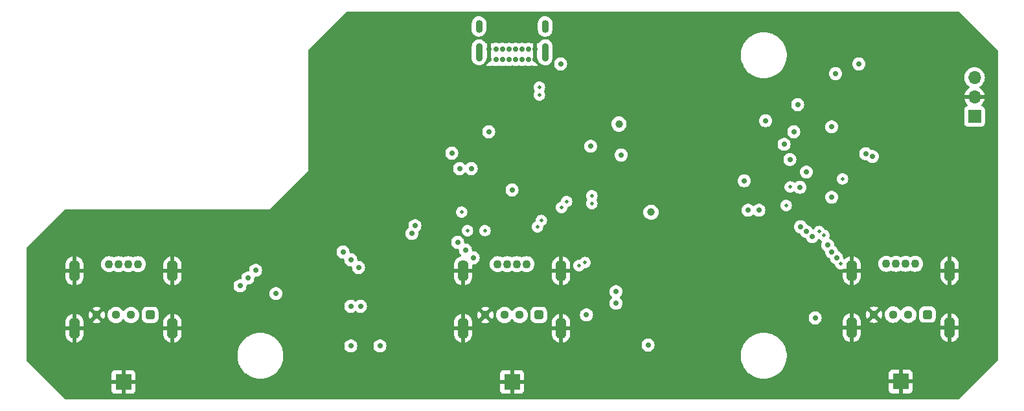
<source format=gbr>
%TF.GenerationSoftware,KiCad,Pcbnew,7.0.2-0*%
%TF.CreationDate,2024-03-07T21:22:06-08:00*%
%TF.ProjectId,led-usb-hub,6c65642d-7573-4622-9d68-75622e6b6963,rev?*%
%TF.SameCoordinates,Original*%
%TF.FileFunction,Copper,L2,Inr*%
%TF.FilePolarity,Positive*%
%FSLAX46Y46*%
G04 Gerber Fmt 4.6, Leading zero omitted, Abs format (unit mm)*
G04 Created by KiCad (PCBNEW 7.0.2-0) date 2024-03-07 21:22:06*
%MOMM*%
%LPD*%
G01*
G04 APERTURE LIST*
G04 Aperture macros list*
%AMRoundRect*
0 Rectangle with rounded corners*
0 $1 Rounding radius*
0 $2 $3 $4 $5 $6 $7 $8 $9 X,Y pos of 4 corners*
0 Add a 4 corners polygon primitive as box body*
4,1,4,$2,$3,$4,$5,$6,$7,$8,$9,$2,$3,0*
0 Add four circle primitives for the rounded corners*
1,1,$1+$1,$2,$3*
1,1,$1+$1,$4,$5*
1,1,$1+$1,$6,$7*
1,1,$1+$1,$8,$9*
0 Add four rect primitives between the rounded corners*
20,1,$1+$1,$2,$3,$4,$5,0*
20,1,$1+$1,$4,$5,$6,$7,0*
20,1,$1+$1,$6,$7,$8,$9,0*
20,1,$1+$1,$8,$9,$2,$3,0*%
G04 Aperture macros list end*
%TA.AperFunction,ComponentPad*%
%ADD10C,0.700000*%
%TD*%
%TA.AperFunction,ComponentPad*%
%ADD11O,0.900000X2.400000*%
%TD*%
%TA.AperFunction,ComponentPad*%
%ADD12O,0.900000X1.700000*%
%TD*%
%TA.AperFunction,ComponentPad*%
%ADD13RoundRect,0.141000X-0.423000X-0.423000X0.423000X-0.423000X0.423000X0.423000X-0.423000X0.423000X0*%
%TD*%
%TA.AperFunction,ComponentPad*%
%ADD14C,1.128000*%
%TD*%
%TA.AperFunction,ComponentPad*%
%ADD15C,1.100000*%
%TD*%
%TA.AperFunction,ComponentPad*%
%ADD16O,1.408000X2.816000*%
%TD*%
%TA.AperFunction,ComponentPad*%
%ADD17R,2.100000X2.100000*%
%TD*%
%TA.AperFunction,ComponentPad*%
%ADD18R,1.700000X1.700000*%
%TD*%
%TA.AperFunction,ComponentPad*%
%ADD19O,1.700000X1.700000*%
%TD*%
%TA.AperFunction,ViaPad*%
%ADD20C,1.000000*%
%TD*%
%TA.AperFunction,ViaPad*%
%ADD21C,0.700000*%
%TD*%
%TA.AperFunction,ViaPad*%
%ADD22C,0.500000*%
%TD*%
%TA.AperFunction,Conductor*%
%ADD23C,0.500000*%
%TD*%
G04 APERTURE END LIST*
D10*
%TO.N,Earth*%
%TO.C,J1*%
X100003000Y-88088000D03*
%TO.N,VUSB*%
X99153000Y-88088000D03*
%TO.N,/CC1*%
X98303000Y-88088000D03*
%TO.N,UD+*%
X97453000Y-88088000D03*
%TO.N,UD-*%
X96603000Y-88088000D03*
%TO.N,unconnected-(J1-SBU1-PadA8)*%
X95753000Y-88088000D03*
%TO.N,VUSB*%
X94903000Y-88088000D03*
%TO.N,Earth*%
X94053000Y-88088000D03*
X94053000Y-86738000D03*
%TO.N,VUSB*%
X94903000Y-86738000D03*
%TO.N,/CC2*%
X95753000Y-86738000D03*
%TO.N,UD+*%
X96603000Y-86738000D03*
%TO.N,UD-*%
X97453000Y-86738000D03*
%TO.N,unconnected-(J1-SBU2-PadB8)*%
X98303000Y-86738000D03*
%TO.N,VUSB*%
X99153000Y-86738000D03*
%TO.N,Earth*%
X100003000Y-86738000D03*
D11*
%TO.N,unconnected-(J1-SHIELD-PadS1)*%
X101353000Y-87108000D03*
D12*
%TO.N,unconnected-(J1-SHIELD-PadS2)*%
X101353000Y-83728000D03*
%TO.N,unconnected-(J1-SHIELD-PadS3)*%
X92703000Y-83728000D03*
D11*
%TO.N,unconnected-(J1-SHIELD-PadS4)*%
X92703000Y-87108000D03*
%TD*%
D13*
%TO.N,+5V_1*%
%TO.C,J2*%
X151328000Y-121496000D03*
D14*
%TO.N,U1-*%
X148828000Y-121496000D03*
%TO.N,U1+*%
X146828000Y-121496000D03*
%TO.N,Earth*%
X144328000Y-121496000D03*
D15*
%TO.N,/L1_B'*%
X145953000Y-114836000D03*
%TO.N,/L1_G'*%
X147203000Y-114836000D03*
%TO.N,/L1_R'*%
X149703000Y-114836000D03*
D16*
%TO.N,Earth*%
X141428000Y-123216000D03*
X154228000Y-123216000D03*
X141428000Y-115716000D03*
X154228000Y-115716000D03*
D17*
X147828000Y-130256000D03*
D15*
%TO.N,+3V3_PI*%
X148453000Y-114836000D03*
%TD*%
D13*
%TO.N,+5V_2*%
%TO.C,J3*%
X100528000Y-121542000D03*
D14*
%TO.N,U2-*%
X98028000Y-121542000D03*
%TO.N,U2+*%
X96028000Y-121542000D03*
%TO.N,Earth*%
X93528000Y-121542000D03*
D15*
%TO.N,/L2_B'*%
X95153000Y-114882000D03*
%TO.N,/L2_G'*%
X96403000Y-114882000D03*
%TO.N,/L2_R'*%
X98903000Y-114882000D03*
D16*
%TO.N,Earth*%
X90628000Y-123262000D03*
X103428000Y-123262000D03*
X90628000Y-115762000D03*
X103428000Y-115762000D03*
D17*
X97028000Y-130302000D03*
D15*
%TO.N,+3V3_PI*%
X97653000Y-114882000D03*
%TD*%
D18*
%TO.N,/SWCLK*%
%TO.C,J5*%
X157480000Y-95504000D03*
D19*
%TO.N,Earth*%
X157480000Y-92964000D03*
%TO.N,/SWDIO*%
X157480000Y-90424000D03*
%TD*%
D13*
%TO.N,+5V_3*%
%TO.C,J4*%
X49728000Y-121542000D03*
D14*
%TO.N,U3-*%
X47228000Y-121542000D03*
%TO.N,U3+*%
X45228000Y-121542000D03*
%TO.N,Earth*%
X42728000Y-121542000D03*
D15*
%TO.N,/L3_B'*%
X44353000Y-114882000D03*
%TO.N,/L3_G'*%
X45603000Y-114882000D03*
%TO.N,/L3_R'*%
X48103000Y-114882000D03*
D16*
%TO.N,Earth*%
X39828000Y-123262000D03*
X52628000Y-123262000D03*
X39828000Y-115762000D03*
X52628000Y-115762000D03*
D17*
X46228000Y-130302000D03*
D15*
%TO.N,+3V3_PI*%
X46853000Y-114882000D03*
%TD*%
D20*
%TO.N,VUSB*%
X115189000Y-108077000D03*
X110998000Y-96520000D03*
D21*
%TO.N,Earth*%
X94413000Y-125322501D03*
X41073000Y-110082501D03*
X150876000Y-105156000D03*
X71553000Y-98652501D03*
X60123000Y-129132501D03*
X67743000Y-106272501D03*
X117273000Y-102462501D03*
X56313000Y-129132501D03*
X75311000Y-87122000D03*
X56197000Y-115523000D03*
X143256000Y-88011000D03*
X102033000Y-125322501D03*
X155373000Y-83412501D03*
X82804000Y-114935000D03*
X124333000Y-97866000D03*
X102033000Y-94842501D03*
X123190000Y-103632000D03*
X37263000Y-117702501D03*
X79883000Y-119126000D03*
X137033000Y-100584000D03*
X159183000Y-110082501D03*
D20*
X99568000Y-84582000D03*
D21*
X86793000Y-98652501D03*
X127635000Y-114427000D03*
X75363000Y-106272501D03*
X103378000Y-84709000D03*
X94742000Y-103181686D03*
D22*
X46228000Y-119502800D03*
D21*
X37263000Y-125322501D03*
X151563000Y-98652501D03*
X82983000Y-83412501D03*
X132204000Y-111074000D03*
X132207000Y-119888000D03*
X90603000Y-91032501D03*
X71553000Y-129132501D03*
X90603000Y-94842501D03*
X143943000Y-129132501D03*
X48693000Y-125322501D03*
X159183000Y-125322501D03*
X155373000Y-106272501D03*
X143943000Y-117702501D03*
X84836000Y-102870000D03*
X144526000Y-114046000D03*
X107315000Y-92583000D03*
X112776000Y-84645500D03*
X83058000Y-87122000D03*
X117856000Y-85217000D03*
X113463000Y-91032501D03*
X151563000Y-117702501D03*
D22*
X125526800Y-100173000D03*
X93573600Y-119047501D03*
D21*
X94413000Y-129132501D03*
X37263000Y-110082501D03*
X121083000Y-94842501D03*
D20*
X94488000Y-84582000D03*
D21*
X159183000Y-98652501D03*
X136906000Y-96469000D03*
X105843000Y-129132501D03*
X71553000Y-87222501D03*
X128703000Y-83412501D03*
X82983000Y-121512501D03*
X75363000Y-102462501D03*
X138684000Y-100584000D03*
X159183000Y-117702501D03*
X41073000Y-129132501D03*
X109728000Y-104140000D03*
X82983000Y-98652501D03*
X140133000Y-129132501D03*
X153289000Y-83820000D03*
X99314000Y-97028000D03*
X79756000Y-123825000D03*
X96520000Y-101600000D03*
X71553000Y-102462501D03*
X113463000Y-129132501D03*
X37263000Y-121512501D03*
X159183000Y-113892501D03*
X48693000Y-129132501D03*
X112141000Y-108331000D03*
X121083000Y-91032501D03*
X75363000Y-94842501D03*
X159183000Y-121512501D03*
X132513000Y-83412501D03*
X143943000Y-125322501D03*
X86614000Y-114935000D03*
X117273000Y-91032501D03*
X118618000Y-123825000D03*
X124893000Y-91032501D03*
X102033000Y-91032501D03*
X67743000Y-129132501D03*
X124893000Y-129132501D03*
X56313000Y-125322501D03*
X37263000Y-113892501D03*
X118745000Y-119132500D03*
X68834000Y-108718500D03*
X86793000Y-121512501D03*
X79121000Y-91668600D03*
D22*
X100584000Y-93726000D03*
D21*
X125209000Y-120422000D03*
X159183000Y-102462501D03*
X82983000Y-125322501D03*
X137820400Y-101371200D03*
X151563000Y-129132501D03*
X109653000Y-129132501D03*
X147753000Y-125322501D03*
X60123000Y-110082501D03*
X88011000Y-104902000D03*
X37263000Y-129132501D03*
D22*
X107442000Y-107950000D03*
D21*
X71553000Y-121512501D03*
X124893000Y-102462501D03*
X90424000Y-88392000D03*
X75363000Y-98652501D03*
X93726000Y-96012000D03*
X105843000Y-125322501D03*
D22*
X97028000Y-94738500D03*
D21*
X91694000Y-98806000D03*
X71553000Y-106272501D03*
X147753000Y-98652501D03*
X131826000Y-96393000D03*
X82983000Y-102462501D03*
D22*
X107442000Y-104902000D03*
D21*
X113463000Y-102462501D03*
X105843000Y-102462501D03*
X60123000Y-125322501D03*
X63933000Y-121512501D03*
X113463000Y-87222501D03*
X67818000Y-114554000D03*
X140335000Y-113284000D03*
X107569000Y-84582000D03*
X71553000Y-94842501D03*
X117273000Y-87222501D03*
X137033000Y-102235000D03*
X75363000Y-129132501D03*
X100330000Y-104394000D03*
D22*
X100584000Y-90678000D03*
D21*
X155373000Y-129132501D03*
X44883000Y-125322501D03*
X112395000Y-112175000D03*
X57150000Y-108966000D03*
X102033000Y-129132501D03*
X71553000Y-91032501D03*
D22*
X147828000Y-119456800D03*
D21*
X112268000Y-94488000D03*
X94413000Y-91032501D03*
X67743000Y-125322501D03*
X84709000Y-88396607D03*
X138684000Y-102235000D03*
%TO.N,+1V1*%
X132588000Y-99187000D03*
X143256000Y-100406000D03*
X135509000Y-102819000D03*
%TO.N,+3V3_L*%
X107289600Y-99441000D03*
X93980000Y-97536000D03*
X97028000Y-105156000D03*
X91694000Y-102362000D03*
D22*
%TO.N,/U0'+*%
X107442000Y-106934000D03*
%TO.N,/U0'-*%
X107442000Y-105918000D03*
D21*
%TO.N,L2_R*%
X139446000Y-114046000D03*
X110617000Y-118491000D03*
%TO.N,L2_G*%
X110617000Y-120015000D03*
X138811000Y-113284000D03*
%TO.N,L2_B*%
X106754500Y-121539000D03*
X138303000Y-112395000D03*
%TO.N,L3_R*%
X76962000Y-115316000D03*
X91948000Y-114046000D03*
X61468000Y-117729000D03*
X136271000Y-111252000D03*
%TO.N,L3_G*%
X75946000Y-114300000D03*
X90932000Y-113030000D03*
X62484000Y-116713000D03*
X135509000Y-110617000D03*
%TO.N,L3_B*%
X74930000Y-113284000D03*
X63500000Y-115697000D03*
X134747000Y-109982000D03*
X89916000Y-112014000D03*
D22*
%TO.N,OC1*%
X100330000Y-109982000D03*
X139954000Y-114808000D03*
D21*
X114808000Y-125476000D03*
%TO.N,OC2*%
X83947000Y-110871000D03*
D22*
X105791000Y-115062000D03*
D21*
X79756000Y-125603000D03*
D22*
X137795000Y-111125000D03*
X93472000Y-110473500D03*
%TO.N,OC3*%
X106553000Y-114681000D03*
X137160000Y-110617000D03*
X90424000Y-108077000D03*
D21*
X75946000Y-125603000D03*
D22*
%TO.N,BOOTSEL*%
X140208000Y-103708000D03*
D21*
X142367000Y-88646000D03*
D22*
X133391500Y-104775000D03*
D21*
X127889000Y-107823000D03*
%TO.N,QSPI1*%
X129286000Y-107823000D03*
D22*
X132842000Y-107188000D03*
%TO.N,PWR_EN0*%
X104140000Y-106680000D03*
%TO.N,PWR_EN1*%
X100838000Y-109169200D03*
D21*
%TO.N,PWR_EN2*%
X77216000Y-120396000D03*
D22*
X91186000Y-110490000D03*
D21*
X84328000Y-109855000D03*
%TO.N,PWR_ON*%
X111302800Y-100584000D03*
D22*
%TO.N,/UD'+*%
X100584000Y-91694000D03*
%TO.N,/UD'-*%
X100584000Y-92710000D03*
D21*
%TO.N,PWR_EN3*%
X75946000Y-120396000D03*
D22*
%TO.N,OC0*%
X103505000Y-107442000D03*
D21*
%TO.N,+3V3_PI*%
X127381000Y-103962000D03*
X66167000Y-118745000D03*
X138811000Y-106121200D03*
X136652000Y-121920000D03*
X134366000Y-93980000D03*
X133350000Y-101168000D03*
X144145000Y-100787000D03*
X134650000Y-104808700D03*
X138820400Y-96901000D03*
X139319000Y-89916000D03*
X130175000Y-96088000D03*
X133858000Y-97536000D03*
%TO.N,/OSC_USB1*%
X89154000Y-100330000D03*
%TO.N,/CC1*%
X103378000Y-88646000D03*
%TO.N,/OSC_USB2'*%
X90170000Y-102362000D03*
%TD*%
D23*
%TO.N,Earth*%
X99568000Y-84582000D02*
X100003000Y-85017000D01*
X94053000Y-86738000D02*
X94053000Y-88088000D01*
X94053000Y-85017000D02*
X94053000Y-86738000D01*
X100003000Y-85017000D02*
X100003000Y-86738000D01*
X100003000Y-86738000D02*
X100003000Y-88088000D01*
X94488000Y-84582000D02*
X94053000Y-85017000D01*
%TD*%
%TA.AperFunction,Conductor*%
%TO.N,Earth*%
G36*
X155463469Y-81808185D02*
G01*
X155484111Y-81824819D01*
X160491181Y-86831888D01*
X160524666Y-86893211D01*
X160527500Y-86919569D01*
X160527500Y-127456430D01*
X160507815Y-127523469D01*
X160491181Y-127544111D01*
X155484111Y-132551181D01*
X155422788Y-132584666D01*
X155396430Y-132587500D01*
X38659569Y-132587500D01*
X38592530Y-132567815D01*
X38571888Y-132551181D01*
X37417225Y-131396518D01*
X44678000Y-131396518D01*
X44678354Y-131403132D01*
X44684400Y-131459371D01*
X44734647Y-131594089D01*
X44820811Y-131709188D01*
X44935910Y-131795352D01*
X45070628Y-131845599D01*
X45126867Y-131851645D01*
X45133482Y-131852000D01*
X45978000Y-131852000D01*
X45978000Y-131011329D01*
X46143005Y-131052000D01*
X46312995Y-131052000D01*
X46478000Y-131011329D01*
X46478000Y-131852000D01*
X47322518Y-131852000D01*
X47329132Y-131851645D01*
X47385371Y-131845599D01*
X47520089Y-131795352D01*
X47635188Y-131709188D01*
X47721352Y-131594089D01*
X47771599Y-131459371D01*
X47777645Y-131403132D01*
X47778000Y-131396518D01*
X95478000Y-131396518D01*
X95478354Y-131403132D01*
X95484400Y-131459371D01*
X95534647Y-131594089D01*
X95620811Y-131709188D01*
X95735910Y-131795352D01*
X95870628Y-131845599D01*
X95926867Y-131851645D01*
X95933482Y-131852000D01*
X96777999Y-131852000D01*
X96777999Y-131011329D01*
X96943005Y-131052000D01*
X97112995Y-131052000D01*
X97278000Y-131011329D01*
X97278000Y-131852000D01*
X98122518Y-131852000D01*
X98129132Y-131851645D01*
X98185371Y-131845599D01*
X98320089Y-131795352D01*
X98435188Y-131709188D01*
X98521352Y-131594089D01*
X98571599Y-131459371D01*
X98577645Y-131403132D01*
X98578000Y-131396518D01*
X98578000Y-131350518D01*
X146278000Y-131350518D01*
X146278354Y-131357132D01*
X146284400Y-131413371D01*
X146334647Y-131548089D01*
X146420811Y-131663188D01*
X146535910Y-131749352D01*
X146670628Y-131799599D01*
X146726867Y-131805645D01*
X146733482Y-131806000D01*
X147578000Y-131806000D01*
X147578000Y-130965329D01*
X147743005Y-131006000D01*
X147912995Y-131006000D01*
X148078000Y-130965329D01*
X148078000Y-131806000D01*
X148922518Y-131806000D01*
X148929132Y-131805645D01*
X148985371Y-131799599D01*
X149120089Y-131749352D01*
X149235188Y-131663188D01*
X149321352Y-131548089D01*
X149371599Y-131413371D01*
X149377645Y-131357132D01*
X149378000Y-131350518D01*
X149378000Y-130506000D01*
X148500800Y-130506000D01*
X148512651Y-130474751D01*
X148528000Y-130348340D01*
X148528000Y-130163660D01*
X148512651Y-130037249D01*
X148500800Y-130006000D01*
X149378000Y-130006000D01*
X149378000Y-129161481D01*
X149377645Y-129154867D01*
X149371599Y-129098628D01*
X149321352Y-128963910D01*
X149235188Y-128848811D01*
X149120089Y-128762647D01*
X148985371Y-128712400D01*
X148929132Y-128706354D01*
X148922518Y-128706000D01*
X148078000Y-128706000D01*
X148078000Y-129546670D01*
X147912995Y-129506000D01*
X147743005Y-129506000D01*
X147578000Y-129546670D01*
X147578000Y-128706000D01*
X146733482Y-128706000D01*
X146726867Y-128706354D01*
X146670628Y-128712400D01*
X146535910Y-128762647D01*
X146420811Y-128848811D01*
X146334647Y-128963910D01*
X146284400Y-129098628D01*
X146278354Y-129154867D01*
X146278000Y-129161481D01*
X146278000Y-130006000D01*
X147155200Y-130006000D01*
X147143349Y-130037249D01*
X147128000Y-130163660D01*
X147128000Y-130348340D01*
X147143349Y-130474751D01*
X147155200Y-130506000D01*
X146278000Y-130506000D01*
X146278000Y-131350518D01*
X98578000Y-131350518D01*
X98578000Y-130552000D01*
X97700800Y-130552000D01*
X97712651Y-130520751D01*
X97728000Y-130394340D01*
X97728000Y-130209660D01*
X97712651Y-130083249D01*
X97700800Y-130052000D01*
X98578000Y-130052000D01*
X98578000Y-129207481D01*
X98577645Y-129200867D01*
X98571599Y-129144628D01*
X98521352Y-129009910D01*
X98435188Y-128894811D01*
X98320089Y-128808647D01*
X98185371Y-128758400D01*
X98129132Y-128752354D01*
X98122518Y-128752000D01*
X97278000Y-128752000D01*
X97278000Y-129592670D01*
X97112995Y-129552000D01*
X96943005Y-129552000D01*
X96777999Y-129592670D01*
X96778000Y-128752000D01*
X95933482Y-128752000D01*
X95926867Y-128752354D01*
X95870628Y-128758400D01*
X95735910Y-128808647D01*
X95620811Y-128894811D01*
X95534647Y-129009910D01*
X95484400Y-129144628D01*
X95478354Y-129200867D01*
X95478000Y-129207481D01*
X95478000Y-130052000D01*
X96355200Y-130052000D01*
X96343349Y-130083249D01*
X96328000Y-130209660D01*
X96328000Y-130394340D01*
X96343349Y-130520751D01*
X96355200Y-130552000D01*
X95478000Y-130552000D01*
X95478000Y-131396518D01*
X47778000Y-131396518D01*
X47778000Y-130552000D01*
X46900800Y-130552000D01*
X46912651Y-130520751D01*
X46928000Y-130394340D01*
X46928000Y-130209660D01*
X46912651Y-130083249D01*
X46900800Y-130052000D01*
X47778000Y-130052000D01*
X47778000Y-129207481D01*
X47777645Y-129200867D01*
X47771599Y-129144628D01*
X47721352Y-129009910D01*
X47635188Y-128894811D01*
X47520089Y-128808647D01*
X47385371Y-128758400D01*
X47329132Y-128752354D01*
X47322518Y-128752000D01*
X46478000Y-128752000D01*
X46478000Y-129592670D01*
X46312995Y-129552000D01*
X46143005Y-129552000D01*
X45978000Y-129592670D01*
X45978000Y-128752000D01*
X45133482Y-128752000D01*
X45126867Y-128752354D01*
X45070628Y-128758400D01*
X44935910Y-128808647D01*
X44820811Y-128894811D01*
X44734647Y-129009910D01*
X44684400Y-129144628D01*
X44678354Y-129200867D01*
X44678000Y-129207481D01*
X44678000Y-130052000D01*
X45555200Y-130052000D01*
X45543349Y-130083249D01*
X45528000Y-130209660D01*
X45528000Y-130394340D01*
X45543349Y-130520751D01*
X45555200Y-130552000D01*
X44678000Y-130552000D01*
X44678000Y-131396518D01*
X37417225Y-131396518D01*
X33564819Y-127544111D01*
X33531334Y-127482788D01*
X33528500Y-127456430D01*
X33528500Y-127047759D01*
X61127500Y-127047759D01*
X61127916Y-127051324D01*
X61127917Y-127051329D01*
X61167658Y-127391336D01*
X61167660Y-127391349D01*
X61168077Y-127394914D01*
X61168904Y-127398404D01*
X61168907Y-127398420D01*
X61247849Y-127731503D01*
X61247851Y-127731512D01*
X61248681Y-127735011D01*
X61368223Y-128063451D01*
X61369843Y-128066678D01*
X61369848Y-128066688D01*
X61493325Y-128312550D01*
X61525087Y-128375793D01*
X61527067Y-128378804D01*
X61527072Y-128378812D01*
X61715166Y-128664793D01*
X61717151Y-128667811D01*
X61719465Y-128670569D01*
X61719466Y-128670570D01*
X61939498Y-128932795D01*
X61939503Y-128932800D01*
X61941817Y-128935558D01*
X62196047Y-129175412D01*
X62198931Y-129177559D01*
X62198937Y-129177564D01*
X62239123Y-129207481D01*
X62476404Y-129384130D01*
X62479531Y-129385935D01*
X62479535Y-129385938D01*
X62659682Y-129489945D01*
X62779096Y-129558889D01*
X63100029Y-129697326D01*
X63434864Y-129797569D01*
X63779073Y-129858262D01*
X64040695Y-129873500D01*
X64042485Y-129873500D01*
X64213515Y-129873500D01*
X64215305Y-129873500D01*
X64476927Y-129858262D01*
X64821136Y-129797569D01*
X65155971Y-129697326D01*
X65476904Y-129558889D01*
X65779596Y-129384130D01*
X66059953Y-129175412D01*
X66314183Y-128935558D01*
X66538849Y-128667811D01*
X66730913Y-128375793D01*
X66887777Y-128063451D01*
X67007319Y-127735011D01*
X67087923Y-127394914D01*
X67128500Y-127047759D01*
X126927500Y-127047759D01*
X126927916Y-127051324D01*
X126927917Y-127051329D01*
X126967658Y-127391336D01*
X126967660Y-127391349D01*
X126968077Y-127394914D01*
X126968904Y-127398404D01*
X126968907Y-127398420D01*
X127047849Y-127731503D01*
X127047851Y-127731512D01*
X127048681Y-127735011D01*
X127168223Y-128063451D01*
X127169843Y-128066678D01*
X127169848Y-128066688D01*
X127293325Y-128312550D01*
X127325087Y-128375793D01*
X127327067Y-128378804D01*
X127327072Y-128378812D01*
X127515166Y-128664793D01*
X127517151Y-128667811D01*
X127519465Y-128670569D01*
X127519466Y-128670570D01*
X127739498Y-128932795D01*
X127739503Y-128932800D01*
X127741817Y-128935558D01*
X127996047Y-129175412D01*
X127998931Y-129177559D01*
X127998937Y-129177564D01*
X128039123Y-129207481D01*
X128276404Y-129384130D01*
X128279531Y-129385935D01*
X128279535Y-129385938D01*
X128459682Y-129489945D01*
X128579096Y-129558889D01*
X128900029Y-129697326D01*
X129234864Y-129797569D01*
X129579073Y-129858262D01*
X129840695Y-129873500D01*
X129842485Y-129873500D01*
X130013515Y-129873500D01*
X130015305Y-129873500D01*
X130276927Y-129858262D01*
X130621136Y-129797569D01*
X130955971Y-129697326D01*
X131276904Y-129558889D01*
X131579596Y-129384130D01*
X131859953Y-129175412D01*
X132114183Y-128935558D01*
X132338849Y-128667811D01*
X132530913Y-128375793D01*
X132687777Y-128063451D01*
X132807319Y-127735011D01*
X132887923Y-127394914D01*
X132928500Y-127047759D01*
X132928500Y-126698241D01*
X132887923Y-126351086D01*
X132873286Y-126289329D01*
X132831147Y-126111527D01*
X132807319Y-126010989D01*
X132687777Y-125682549D01*
X132530913Y-125370207D01*
X132338849Y-125078189D01*
X132114183Y-124810442D01*
X131859953Y-124570588D01*
X131857069Y-124568441D01*
X131857062Y-124568435D01*
X131582496Y-124364029D01*
X131579596Y-124361870D01*
X131576473Y-124360067D01*
X131576464Y-124360061D01*
X131280029Y-124188915D01*
X131280026Y-124188913D01*
X131276904Y-124187111D01*
X131273603Y-124185687D01*
X131273593Y-124185682D01*
X130973274Y-124056138D01*
X130955971Y-124048674D01*
X130952530Y-124047643D01*
X130952525Y-124047642D01*
X130702505Y-123972791D01*
X140224000Y-123972791D01*
X140224265Y-123978524D01*
X140239429Y-124142182D01*
X140300494Y-124356799D01*
X140399950Y-124556537D01*
X140534421Y-124734605D01*
X140699317Y-124884927D01*
X140889031Y-125002393D01*
X141097099Y-125082998D01*
X141178000Y-125098121D01*
X141178000Y-124251277D01*
X141261740Y-124299625D01*
X141393992Y-124329810D01*
X141529265Y-124319673D01*
X141655541Y-124270113D01*
X141678000Y-124252202D01*
X141678000Y-125098121D01*
X141758900Y-125082998D01*
X141966968Y-125002393D01*
X142156682Y-124884927D01*
X142321578Y-124734605D01*
X142456049Y-124556537D01*
X142555505Y-124356799D01*
X142616570Y-124142182D01*
X142631734Y-123978524D01*
X142632000Y-123972791D01*
X153024000Y-123972791D01*
X153024265Y-123978524D01*
X153039429Y-124142182D01*
X153100494Y-124356799D01*
X153199950Y-124556537D01*
X153334421Y-124734605D01*
X153499317Y-124884927D01*
X153689031Y-125002393D01*
X153897099Y-125082998D01*
X153978000Y-125098121D01*
X153978000Y-124251277D01*
X154061740Y-124299625D01*
X154193992Y-124329810D01*
X154329265Y-124319673D01*
X154455541Y-124270113D01*
X154478000Y-124252202D01*
X154478000Y-125098121D01*
X154558900Y-125082998D01*
X154766968Y-125002393D01*
X154956682Y-124884927D01*
X155121578Y-124734605D01*
X155256049Y-124556537D01*
X155355505Y-124356799D01*
X155416570Y-124142182D01*
X155431734Y-123978524D01*
X155432000Y-123972791D01*
X155432000Y-123466000D01*
X154678000Y-123466000D01*
X154678000Y-122966000D01*
X155432000Y-122966000D01*
X155432000Y-122459208D01*
X155431734Y-122453475D01*
X155416570Y-122289817D01*
X155355505Y-122075200D01*
X155256049Y-121875462D01*
X155121578Y-121697394D01*
X154956682Y-121547072D01*
X154766968Y-121429606D01*
X154558897Y-121348999D01*
X154478001Y-121333876D01*
X154478000Y-121333877D01*
X154477999Y-122180721D01*
X154394260Y-122132375D01*
X154262008Y-122102190D01*
X154126735Y-122112327D01*
X154000459Y-122161887D01*
X153978000Y-122179797D01*
X153978000Y-121333877D01*
X153977998Y-121333876D01*
X153897102Y-121348999D01*
X153689031Y-121429606D01*
X153499317Y-121547072D01*
X153334421Y-121697394D01*
X153199950Y-121875462D01*
X153100494Y-122075200D01*
X153039429Y-122289817D01*
X153024265Y-122453475D01*
X153024000Y-122459208D01*
X153024000Y-122966000D01*
X153778000Y-122966000D01*
X153778000Y-123466000D01*
X153024000Y-123466000D01*
X153024000Y-123972791D01*
X142632000Y-123972791D01*
X142632000Y-123466000D01*
X141878000Y-123466000D01*
X141878000Y-122966000D01*
X142632000Y-122966000D01*
X142632000Y-122459208D01*
X142631734Y-122453475D01*
X142627276Y-122405366D01*
X143772186Y-122405366D01*
X143918852Y-122483762D01*
X144119422Y-122544605D01*
X144328000Y-122565147D01*
X144536577Y-122544605D01*
X144737147Y-122483762D01*
X144883813Y-122405367D01*
X144883813Y-122405366D01*
X144328001Y-121849553D01*
X144328000Y-121849553D01*
X143772186Y-122405366D01*
X142627276Y-122405366D01*
X142616570Y-122289817D01*
X142555505Y-122075200D01*
X142456049Y-121875462D01*
X142321578Y-121697394D01*
X142156682Y-121547072D01*
X142074198Y-121496000D01*
X143258852Y-121496000D01*
X143279394Y-121704577D01*
X143340238Y-121905149D01*
X143418631Y-122051813D01*
X143418632Y-122051813D01*
X143974446Y-121496000D01*
X143974446Y-121495999D01*
X143945348Y-121466901D01*
X144013975Y-121466901D01*
X144024669Y-121582305D01*
X144076329Y-121686053D01*
X144161979Y-121764133D01*
X144270051Y-121806000D01*
X144356727Y-121806000D01*
X144441925Y-121790074D01*
X144540463Y-121729061D01*
X144610308Y-121636573D01*
X144642025Y-121525099D01*
X144639329Y-121496000D01*
X144681553Y-121496000D01*
X145237366Y-122051813D01*
X145237367Y-122051813D01*
X145315762Y-121905147D01*
X145376605Y-121704577D01*
X145397147Y-121496000D01*
X145758349Y-121496000D01*
X145778901Y-121704677D01*
X145790282Y-121742195D01*
X145839771Y-121905338D01*
X145938618Y-122090266D01*
X146071643Y-122252357D01*
X146233734Y-122385382D01*
X146418662Y-122484229D01*
X146619321Y-122545098D01*
X146828000Y-122565651D01*
X147036679Y-122545098D01*
X147237338Y-122484229D01*
X147422266Y-122385382D01*
X147584357Y-122252357D01*
X147717382Y-122090266D01*
X147718641Y-122087909D01*
X147722740Y-122083737D01*
X147725130Y-122080825D01*
X147725390Y-122081038D01*
X147767604Y-122038065D01*
X147835741Y-122022604D01*
X147901421Y-122046435D01*
X147937358Y-122087909D01*
X147938618Y-122090266D01*
X148071643Y-122252357D01*
X148233734Y-122385382D01*
X148418662Y-122484229D01*
X148619321Y-122545098D01*
X148828000Y-122565651D01*
X149036679Y-122545098D01*
X149237338Y-122484229D01*
X149422266Y-122385382D01*
X149584357Y-122252357D01*
X149717382Y-122090266D01*
X149774297Y-121983786D01*
X150263500Y-121983786D01*
X150263690Y-121986207D01*
X150263691Y-121986218D01*
X150266362Y-122020153D01*
X150311580Y-122175794D01*
X150394087Y-122315306D01*
X150508693Y-122429912D01*
X150648205Y-122512419D01*
X150803846Y-122557637D01*
X150803850Y-122557638D01*
X150840214Y-122560500D01*
X150842659Y-122560500D01*
X151813341Y-122560500D01*
X151815786Y-122560500D01*
X151852150Y-122557638D01*
X152007795Y-122512419D01*
X152147305Y-122429913D01*
X152261913Y-122315305D01*
X152344419Y-122175795D01*
X152389638Y-122020150D01*
X152392500Y-121983786D01*
X152392500Y-121008214D01*
X152389638Y-120971850D01*
X152382631Y-120947733D01*
X152344419Y-120816205D01*
X152261912Y-120676693D01*
X152147306Y-120562087D01*
X152007794Y-120479580D01*
X151852153Y-120434362D01*
X151818218Y-120431691D01*
X151818207Y-120431690D01*
X151815786Y-120431500D01*
X150840214Y-120431500D01*
X150837793Y-120431690D01*
X150837781Y-120431691D01*
X150803846Y-120434362D01*
X150648205Y-120479580D01*
X150508693Y-120562087D01*
X150394087Y-120676693D01*
X150311580Y-120816205D01*
X150266362Y-120971846D01*
X150264152Y-120999936D01*
X150263500Y-121008214D01*
X150263500Y-121983786D01*
X149774297Y-121983786D01*
X149816229Y-121905338D01*
X149877098Y-121704679D01*
X149897651Y-121496000D01*
X149877098Y-121287321D01*
X149816229Y-121086662D01*
X149717382Y-120901734D01*
X149584357Y-120739643D01*
X149422266Y-120606618D01*
X149237338Y-120507771D01*
X149237337Y-120507770D01*
X149036677Y-120446901D01*
X148828000Y-120426349D01*
X148619322Y-120446901D01*
X148418661Y-120507771D01*
X148233733Y-120606618D01*
X148071643Y-120739643D01*
X147938617Y-120901734D01*
X147937357Y-120904093D01*
X147933256Y-120908267D01*
X147930870Y-120911175D01*
X147930609Y-120910961D01*
X147888393Y-120953936D01*
X147820255Y-120969395D01*
X147754576Y-120945561D01*
X147718643Y-120904093D01*
X147717382Y-120901734D01*
X147684941Y-120862205D01*
X147584357Y-120739643D01*
X147422266Y-120606618D01*
X147237338Y-120507771D01*
X147237338Y-120507770D01*
X147036677Y-120446901D01*
X146850797Y-120428594D01*
X146828000Y-120426349D01*
X146827999Y-120426349D01*
X146619322Y-120446901D01*
X146418661Y-120507771D01*
X146233733Y-120606618D01*
X146071643Y-120739643D01*
X145938618Y-120901733D01*
X145839771Y-121086661D01*
X145778901Y-121287322D01*
X145758349Y-121496000D01*
X145397147Y-121496000D01*
X145376605Y-121287422D01*
X145315762Y-121086852D01*
X145237366Y-120940186D01*
X144681553Y-121496000D01*
X144639329Y-121496000D01*
X144631331Y-121409695D01*
X144579671Y-121305947D01*
X144494021Y-121227867D01*
X144385949Y-121186000D01*
X144299273Y-121186000D01*
X144214075Y-121201926D01*
X144115537Y-121262939D01*
X144045692Y-121355427D01*
X144013975Y-121466901D01*
X143945348Y-121466901D01*
X143418632Y-120940186D01*
X143340235Y-121086855D01*
X143279395Y-121287418D01*
X143258852Y-121496000D01*
X142074198Y-121496000D01*
X141966968Y-121429606D01*
X141758897Y-121348999D01*
X141678001Y-121333876D01*
X141678000Y-121333877D01*
X141678000Y-122180722D01*
X141594260Y-122132375D01*
X141462008Y-122102190D01*
X141326735Y-122112327D01*
X141200459Y-122161887D01*
X141178000Y-122179797D01*
X141178000Y-121333877D01*
X141177998Y-121333876D01*
X141097102Y-121348999D01*
X140889031Y-121429606D01*
X140699317Y-121547072D01*
X140534421Y-121697394D01*
X140399950Y-121875462D01*
X140300494Y-122075200D01*
X140239429Y-122289817D01*
X140224265Y-122453475D01*
X140224000Y-122459208D01*
X140224000Y-122966000D01*
X140978000Y-122966000D01*
X140978000Y-123466000D01*
X140224000Y-123466000D01*
X140224000Y-123972791D01*
X130702505Y-123972791D01*
X130624591Y-123949465D01*
X130624585Y-123949463D01*
X130621136Y-123948431D01*
X130617588Y-123947805D01*
X130617578Y-123947803D01*
X130280492Y-123888366D01*
X130280481Y-123888364D01*
X130276927Y-123887738D01*
X130273319Y-123887527D01*
X130273312Y-123887527D01*
X130017095Y-123872604D01*
X130017086Y-123872603D01*
X130015305Y-123872500D01*
X129840695Y-123872500D01*
X129838914Y-123872603D01*
X129838904Y-123872604D01*
X129582687Y-123887527D01*
X129582678Y-123887528D01*
X129579073Y-123887738D01*
X129575520Y-123888364D01*
X129575507Y-123888366D01*
X129238421Y-123947803D01*
X129238407Y-123947806D01*
X129234864Y-123948431D01*
X129231418Y-123949462D01*
X129231408Y-123949465D01*
X128903474Y-124047642D01*
X128903464Y-124047645D01*
X128900029Y-124048674D01*
X128896728Y-124050097D01*
X128896725Y-124050099D01*
X128582406Y-124185682D01*
X128582389Y-124185690D01*
X128579096Y-124187111D01*
X128575980Y-124188909D01*
X128575970Y-124188915D01*
X128279535Y-124360061D01*
X128279518Y-124360071D01*
X128276404Y-124361870D01*
X128273511Y-124364023D01*
X128273503Y-124364029D01*
X127998937Y-124568435D01*
X127998921Y-124568448D01*
X127996047Y-124570588D01*
X127993430Y-124573056D01*
X127993424Y-124573062D01*
X127744445Y-124807962D01*
X127744439Y-124807967D01*
X127741817Y-124810442D01*
X127739510Y-124813190D01*
X127739498Y-124813204D01*
X127519466Y-125075429D01*
X127519458Y-125075438D01*
X127517151Y-125078189D01*
X127515171Y-125081198D01*
X127515166Y-125081206D01*
X127327072Y-125367187D01*
X127327062Y-125367203D01*
X127325087Y-125370207D01*
X127323467Y-125373431D01*
X127323465Y-125373436D01*
X127169848Y-125679311D01*
X127169840Y-125679327D01*
X127168223Y-125682549D01*
X127166985Y-125685947D01*
X127166985Y-125685950D01*
X127049914Y-126007599D01*
X127049910Y-126007612D01*
X127048681Y-126010989D01*
X127047852Y-126014482D01*
X127047849Y-126014496D01*
X126968907Y-126347579D01*
X126968903Y-126347598D01*
X126968077Y-126351086D01*
X126967660Y-126354647D01*
X126967658Y-126354663D01*
X126956106Y-126453500D01*
X126927500Y-126698241D01*
X126927500Y-127047759D01*
X67128500Y-127047759D01*
X67128500Y-126698241D01*
X67087923Y-126351086D01*
X67073286Y-126289329D01*
X67031147Y-126111527D01*
X67007319Y-126010989D01*
X66887777Y-125682549D01*
X66847826Y-125603000D01*
X75090815Y-125603000D01*
X75109503Y-125780804D01*
X75164749Y-125950835D01*
X75254140Y-126105665D01*
X75373771Y-126238527D01*
X75518403Y-126343610D01*
X75518406Y-126343611D01*
X75518407Y-126343612D01*
X75535194Y-126351086D01*
X75681735Y-126416330D01*
X75856607Y-126453500D01*
X75856609Y-126453500D01*
X76035393Y-126453500D01*
X76210264Y-126416330D01*
X76210265Y-126416329D01*
X76210267Y-126416329D01*
X76373593Y-126343612D01*
X76397146Y-126326500D01*
X76448306Y-126289329D01*
X76518230Y-126238526D01*
X76637859Y-126105665D01*
X76727250Y-125950835D01*
X76782497Y-125780803D01*
X76801185Y-125603000D01*
X76801185Y-125602999D01*
X78900815Y-125602999D01*
X78919503Y-125780804D01*
X78974749Y-125950835D01*
X79064140Y-126105665D01*
X79183771Y-126238527D01*
X79328403Y-126343610D01*
X79328406Y-126343611D01*
X79328407Y-126343612D01*
X79345194Y-126351086D01*
X79491735Y-126416330D01*
X79666607Y-126453500D01*
X79666609Y-126453500D01*
X79845393Y-126453500D01*
X80020264Y-126416330D01*
X80020265Y-126416329D01*
X80020267Y-126416329D01*
X80183593Y-126343612D01*
X80207146Y-126326500D01*
X80258306Y-126289329D01*
X80328230Y-126238526D01*
X80447859Y-126105665D01*
X80537250Y-125950835D01*
X80592497Y-125780803D01*
X80611185Y-125603000D01*
X80597837Y-125475999D01*
X113952815Y-125475999D01*
X113971503Y-125653804D01*
X114026749Y-125823835D01*
X114116140Y-125978665D01*
X114235771Y-126111527D01*
X114380403Y-126216610D01*
X114543735Y-126289330D01*
X114718607Y-126326500D01*
X114718609Y-126326500D01*
X114897393Y-126326500D01*
X115072264Y-126289330D01*
X115072265Y-126289329D01*
X115072267Y-126289329D01*
X115235593Y-126216612D01*
X115380230Y-126111526D01*
X115499859Y-125978665D01*
X115589250Y-125823835D01*
X115644497Y-125653803D01*
X115663185Y-125476000D01*
X115644497Y-125298197D01*
X115615840Y-125210001D01*
X115589250Y-125128164D01*
X115499859Y-124973334D01*
X115380228Y-124840472D01*
X115235596Y-124735389D01*
X115072264Y-124662669D01*
X114897393Y-124625500D01*
X114897391Y-124625500D01*
X114718609Y-124625500D01*
X114718607Y-124625500D01*
X114543735Y-124662669D01*
X114380408Y-124735387D01*
X114235768Y-124840474D01*
X114116140Y-124973334D01*
X114026749Y-125128164D01*
X113971503Y-125298195D01*
X113952815Y-125475999D01*
X80597837Y-125475999D01*
X80592497Y-125425197D01*
X80551232Y-125298197D01*
X80537250Y-125255164D01*
X80447859Y-125100334D01*
X80328228Y-124967472D01*
X80183596Y-124862389D01*
X80020264Y-124789669D01*
X79845393Y-124752500D01*
X79845391Y-124752500D01*
X79666609Y-124752500D01*
X79666607Y-124752500D01*
X79491735Y-124789669D01*
X79328408Y-124862387D01*
X79183768Y-124967474D01*
X79064140Y-125100334D01*
X78974749Y-125255164D01*
X78919503Y-125425195D01*
X78900815Y-125602999D01*
X76801185Y-125602999D01*
X76782497Y-125425197D01*
X76741232Y-125298197D01*
X76727250Y-125255164D01*
X76637859Y-125100334D01*
X76518228Y-124967472D01*
X76373596Y-124862389D01*
X76210264Y-124789669D01*
X76035393Y-124752500D01*
X76035391Y-124752500D01*
X75856609Y-124752500D01*
X75856607Y-124752500D01*
X75681735Y-124789669D01*
X75518408Y-124862387D01*
X75373768Y-124967474D01*
X75254140Y-125100334D01*
X75164749Y-125255164D01*
X75109503Y-125425195D01*
X75090815Y-125603000D01*
X66847826Y-125603000D01*
X66730913Y-125370207D01*
X66538849Y-125078189D01*
X66314183Y-124810442D01*
X66059953Y-124570588D01*
X66057069Y-124568441D01*
X66057062Y-124568435D01*
X65782496Y-124364029D01*
X65779596Y-124361870D01*
X65776473Y-124360067D01*
X65776464Y-124360061D01*
X65480029Y-124188915D01*
X65480026Y-124188913D01*
X65476904Y-124187111D01*
X65473603Y-124185687D01*
X65473593Y-124185682D01*
X65173274Y-124056138D01*
X65155971Y-124048674D01*
X65152530Y-124047643D01*
X65152525Y-124047642D01*
X65056156Y-124018791D01*
X89424000Y-124018791D01*
X89424265Y-124024524D01*
X89439429Y-124188182D01*
X89500494Y-124402799D01*
X89599950Y-124602537D01*
X89734421Y-124780605D01*
X89899317Y-124930927D01*
X90089031Y-125048393D01*
X90297099Y-125128998D01*
X90378000Y-125144121D01*
X90378000Y-124297277D01*
X90461740Y-124345625D01*
X90593992Y-124375810D01*
X90729265Y-124365673D01*
X90855541Y-124316113D01*
X90878000Y-124298202D01*
X90878000Y-125144121D01*
X90958900Y-125128998D01*
X91166968Y-125048393D01*
X91356682Y-124930927D01*
X91521578Y-124780605D01*
X91656049Y-124602537D01*
X91755505Y-124402799D01*
X91816570Y-124188182D01*
X91831734Y-124024524D01*
X91832000Y-124018791D01*
X102224000Y-124018791D01*
X102224265Y-124024524D01*
X102239429Y-124188182D01*
X102300494Y-124402799D01*
X102399950Y-124602537D01*
X102534421Y-124780605D01*
X102699317Y-124930927D01*
X102889031Y-125048393D01*
X103097099Y-125128998D01*
X103178000Y-125144121D01*
X103178000Y-124297277D01*
X103261740Y-124345625D01*
X103393992Y-124375810D01*
X103529265Y-124365673D01*
X103655541Y-124316113D01*
X103678000Y-124298202D01*
X103678000Y-125144121D01*
X103758900Y-125128998D01*
X103966968Y-125048393D01*
X104156682Y-124930927D01*
X104321578Y-124780605D01*
X104456049Y-124602537D01*
X104555505Y-124402799D01*
X104616570Y-124188182D01*
X104631734Y-124024524D01*
X104632000Y-124018791D01*
X104632000Y-123512000D01*
X103878000Y-123512000D01*
X103878000Y-123012000D01*
X104632000Y-123012000D01*
X104632000Y-122505208D01*
X104631734Y-122499475D01*
X104616570Y-122335817D01*
X104555505Y-122121200D01*
X104456049Y-121921462D01*
X104321578Y-121743394D01*
X104156682Y-121593072D01*
X104069353Y-121539000D01*
X105899315Y-121539000D01*
X105902689Y-121571099D01*
X105918003Y-121716804D01*
X105973249Y-121886835D01*
X106062640Y-122041665D01*
X106182271Y-122174527D01*
X106326903Y-122279610D01*
X106326906Y-122279611D01*
X106326907Y-122279612D01*
X106435790Y-122328090D01*
X106490235Y-122352330D01*
X106665107Y-122389500D01*
X106665109Y-122389500D01*
X106843893Y-122389500D01*
X107018764Y-122352330D01*
X107018765Y-122352329D01*
X107018767Y-122352329D01*
X107182093Y-122279612D01*
X107198303Y-122267835D01*
X107324983Y-122175795D01*
X107326730Y-122174526D01*
X107446359Y-122041665D01*
X107516602Y-121920000D01*
X135796815Y-121920000D01*
X135815503Y-122097804D01*
X135870749Y-122267835D01*
X135960140Y-122422665D01*
X136079771Y-122555527D01*
X136224403Y-122660610D01*
X136387735Y-122733330D01*
X136562607Y-122770500D01*
X136562609Y-122770500D01*
X136741393Y-122770500D01*
X136916264Y-122733330D01*
X136916265Y-122733329D01*
X136916267Y-122733329D01*
X137079593Y-122660612D01*
X137224230Y-122555526D01*
X137343859Y-122422665D01*
X137433250Y-122267835D01*
X137488497Y-122097803D01*
X137507185Y-121920000D01*
X137488497Y-121742197D01*
X137433250Y-121572165D01*
X137433250Y-121572164D01*
X137343859Y-121417334D01*
X137224228Y-121284472D01*
X137079596Y-121179389D01*
X136916264Y-121106669D01*
X136741393Y-121069500D01*
X136741391Y-121069500D01*
X136562609Y-121069500D01*
X136562607Y-121069500D01*
X136387735Y-121106669D01*
X136224408Y-121179387D01*
X136079768Y-121284474D01*
X135960140Y-121417334D01*
X135870749Y-121572164D01*
X135815503Y-121742195D01*
X135796815Y-121920000D01*
X107516602Y-121920000D01*
X107535750Y-121886835D01*
X107590997Y-121716803D01*
X107609685Y-121539000D01*
X107590997Y-121361197D01*
X107541652Y-121209329D01*
X107535750Y-121191164D01*
X107446359Y-121036334D01*
X107333471Y-120910961D01*
X107326730Y-120903474D01*
X107326729Y-120903473D01*
X107326728Y-120903472D01*
X107182096Y-120798389D01*
X107018764Y-120725669D01*
X106843893Y-120688500D01*
X106843891Y-120688500D01*
X106665109Y-120688500D01*
X106665107Y-120688500D01*
X106490235Y-120725669D01*
X106326908Y-120798387D01*
X106182268Y-120903474D01*
X106062640Y-121036334D01*
X105973249Y-121191164D01*
X105918003Y-121361195D01*
X105902058Y-121512901D01*
X105899315Y-121539000D01*
X104069353Y-121539000D01*
X103966968Y-121475606D01*
X103758897Y-121394999D01*
X103678001Y-121379876D01*
X103678000Y-121379877D01*
X103677999Y-122226722D01*
X103594260Y-122178375D01*
X103462008Y-122148190D01*
X103326735Y-122158327D01*
X103200459Y-122207887D01*
X103178000Y-122225797D01*
X103178000Y-121379877D01*
X103177998Y-121379876D01*
X103097102Y-121394999D01*
X102889031Y-121475606D01*
X102699317Y-121593072D01*
X102534421Y-121743394D01*
X102399950Y-121921462D01*
X102300494Y-122121200D01*
X102239429Y-122335817D01*
X102224265Y-122499475D01*
X102224000Y-122505208D01*
X102224000Y-123012000D01*
X102978000Y-123012000D01*
X102978000Y-123512000D01*
X102224000Y-123512000D01*
X102224000Y-124018791D01*
X91832000Y-124018791D01*
X91832000Y-123512000D01*
X91078000Y-123512000D01*
X91078000Y-123012000D01*
X91832000Y-123012000D01*
X91832000Y-122505208D01*
X91831734Y-122499475D01*
X91827276Y-122451366D01*
X92972186Y-122451366D01*
X93118852Y-122529762D01*
X93319422Y-122590605D01*
X93528000Y-122611147D01*
X93736577Y-122590605D01*
X93937147Y-122529762D01*
X94083813Y-122451367D01*
X94083813Y-122451366D01*
X93528001Y-121895553D01*
X93528000Y-121895553D01*
X92972186Y-122451366D01*
X91827276Y-122451366D01*
X91816570Y-122335817D01*
X91755505Y-122121200D01*
X91656049Y-121921462D01*
X91521578Y-121743394D01*
X91356682Y-121593072D01*
X91274196Y-121541999D01*
X92458852Y-121541999D01*
X92479394Y-121750577D01*
X92540238Y-121951149D01*
X92618631Y-122097813D01*
X92618632Y-122097813D01*
X93174446Y-121542000D01*
X93145347Y-121512901D01*
X93213975Y-121512901D01*
X93224669Y-121628305D01*
X93276329Y-121732053D01*
X93361979Y-121810133D01*
X93470051Y-121852000D01*
X93556727Y-121852000D01*
X93641925Y-121836074D01*
X93740463Y-121775061D01*
X93810308Y-121682573D01*
X93842025Y-121571099D01*
X93839329Y-121542000D01*
X93881553Y-121542000D01*
X94437366Y-122097813D01*
X94437367Y-122097813D01*
X94515762Y-121951147D01*
X94576605Y-121750577D01*
X94597147Y-121541999D01*
X94958349Y-121541999D01*
X94978901Y-121750677D01*
X94978902Y-121750679D01*
X95039771Y-121951338D01*
X95138618Y-122136266D01*
X95271643Y-122298357D01*
X95433734Y-122431382D01*
X95618662Y-122530229D01*
X95819321Y-122591098D01*
X96028000Y-122611651D01*
X96236679Y-122591098D01*
X96437338Y-122530229D01*
X96622266Y-122431382D01*
X96784357Y-122298357D01*
X96917382Y-122136266D01*
X96918639Y-122133913D01*
X96922733Y-122129745D01*
X96925130Y-122126825D01*
X96925391Y-122127039D01*
X96967596Y-122084068D01*
X97035733Y-122068603D01*
X97101414Y-122092431D01*
X97137354Y-122133903D01*
X97138615Y-122136262D01*
X97138617Y-122136265D01*
X97138618Y-122136266D01*
X97271643Y-122298357D01*
X97433734Y-122431382D01*
X97618662Y-122530229D01*
X97819321Y-122591098D01*
X98028000Y-122611651D01*
X98236679Y-122591098D01*
X98437338Y-122530229D01*
X98622266Y-122431382D01*
X98784357Y-122298357D01*
X98917382Y-122136266D01*
X98974297Y-122029786D01*
X99463500Y-122029786D01*
X99463690Y-122032207D01*
X99463691Y-122032218D01*
X99466362Y-122066153D01*
X99511580Y-122221794D01*
X99594087Y-122361306D01*
X99708693Y-122475912D01*
X99848205Y-122558419D01*
X100003846Y-122603637D01*
X100003850Y-122603638D01*
X100040214Y-122606500D01*
X100042659Y-122606500D01*
X101013341Y-122606500D01*
X101015786Y-122606500D01*
X101052150Y-122603638D01*
X101207795Y-122558419D01*
X101347305Y-122475913D01*
X101461913Y-122361305D01*
X101544419Y-122221795D01*
X101589638Y-122066150D01*
X101592500Y-122029786D01*
X101592500Y-121054214D01*
X101589638Y-121017850D01*
X101588924Y-121015394D01*
X101544419Y-120862205D01*
X101461912Y-120722693D01*
X101347306Y-120608087D01*
X101207794Y-120525580D01*
X101052153Y-120480362D01*
X101018218Y-120477691D01*
X101018207Y-120477690D01*
X101015786Y-120477500D01*
X100040214Y-120477500D01*
X100037793Y-120477690D01*
X100037781Y-120477691D01*
X100003846Y-120480362D01*
X99848205Y-120525580D01*
X99708693Y-120608087D01*
X99594087Y-120722693D01*
X99511580Y-120862205D01*
X99466362Y-121017846D01*
X99465286Y-121031527D01*
X99463500Y-121054214D01*
X99463500Y-122029786D01*
X98974297Y-122029786D01*
X99016229Y-121951338D01*
X99077098Y-121750679D01*
X99097651Y-121542000D01*
X99077098Y-121333321D01*
X99016229Y-121132662D01*
X98917382Y-120947734D01*
X98784357Y-120785643D01*
X98622266Y-120652618D01*
X98437338Y-120553771D01*
X98344408Y-120525581D01*
X98236677Y-120492901D01*
X98028000Y-120472349D01*
X97819322Y-120492901D01*
X97618661Y-120553771D01*
X97433733Y-120652618D01*
X97271643Y-120785643D01*
X97138617Y-120947734D01*
X97137357Y-120950093D01*
X97133256Y-120954267D01*
X97130870Y-120957175D01*
X97130609Y-120956961D01*
X97088393Y-120999936D01*
X97020255Y-121015395D01*
X96954576Y-120991561D01*
X96918643Y-120950093D01*
X96917382Y-120947734D01*
X96911187Y-120940186D01*
X96784357Y-120785643D01*
X96622266Y-120652618D01*
X96437338Y-120553771D01*
X96344408Y-120525581D01*
X96236677Y-120492901D01*
X96028000Y-120472349D01*
X95819322Y-120492901D01*
X95618661Y-120553771D01*
X95433733Y-120652618D01*
X95271643Y-120785643D01*
X95138618Y-120947733D01*
X95039771Y-121132661D01*
X94978901Y-121333322D01*
X94958349Y-121541999D01*
X94597147Y-121541999D01*
X94576605Y-121333422D01*
X94515762Y-121132852D01*
X94437366Y-120986186D01*
X93881553Y-121542000D01*
X93839329Y-121542000D01*
X93831331Y-121455695D01*
X93779671Y-121351947D01*
X93694021Y-121273867D01*
X93585949Y-121232000D01*
X93499273Y-121232000D01*
X93414075Y-121247926D01*
X93315537Y-121308939D01*
X93245692Y-121401427D01*
X93213975Y-121512901D01*
X93145347Y-121512901D01*
X92618632Y-120986186D01*
X92540235Y-121132855D01*
X92479395Y-121333418D01*
X92458852Y-121541999D01*
X91274196Y-121541999D01*
X91166968Y-121475606D01*
X90958897Y-121394999D01*
X90878001Y-121379876D01*
X90878000Y-121379877D01*
X90878000Y-122226722D01*
X90794260Y-122178375D01*
X90662008Y-122148190D01*
X90526735Y-122158327D01*
X90400459Y-122207887D01*
X90378000Y-122225797D01*
X90378000Y-121379877D01*
X90377998Y-121379876D01*
X90297102Y-121394999D01*
X90089031Y-121475606D01*
X89899317Y-121593072D01*
X89734421Y-121743394D01*
X89599950Y-121921462D01*
X89500494Y-122121200D01*
X89439429Y-122335817D01*
X89424265Y-122499475D01*
X89424000Y-122505208D01*
X89424000Y-123012000D01*
X90178000Y-123012000D01*
X90178000Y-123512000D01*
X89424000Y-123512000D01*
X89424000Y-124018791D01*
X65056156Y-124018791D01*
X64824591Y-123949465D01*
X64824585Y-123949463D01*
X64821136Y-123948431D01*
X64817588Y-123947805D01*
X64817578Y-123947803D01*
X64480492Y-123888366D01*
X64480481Y-123888364D01*
X64476927Y-123887738D01*
X64473319Y-123887527D01*
X64473312Y-123887527D01*
X64217095Y-123872604D01*
X64217086Y-123872603D01*
X64215305Y-123872500D01*
X64040695Y-123872500D01*
X64038914Y-123872603D01*
X64038904Y-123872604D01*
X63782687Y-123887527D01*
X63782678Y-123887528D01*
X63779073Y-123887738D01*
X63775520Y-123888364D01*
X63775507Y-123888366D01*
X63438421Y-123947803D01*
X63438407Y-123947806D01*
X63434864Y-123948431D01*
X63431418Y-123949462D01*
X63431408Y-123949465D01*
X63103474Y-124047642D01*
X63103464Y-124047645D01*
X63100029Y-124048674D01*
X63096728Y-124050097D01*
X63096725Y-124050099D01*
X62782406Y-124185682D01*
X62782389Y-124185690D01*
X62779096Y-124187111D01*
X62775980Y-124188909D01*
X62775970Y-124188915D01*
X62479535Y-124360061D01*
X62479518Y-124360071D01*
X62476404Y-124361870D01*
X62473511Y-124364023D01*
X62473503Y-124364029D01*
X62198937Y-124568435D01*
X62198921Y-124568448D01*
X62196047Y-124570588D01*
X62193430Y-124573056D01*
X62193424Y-124573062D01*
X61944445Y-124807962D01*
X61944439Y-124807967D01*
X61941817Y-124810442D01*
X61939510Y-124813190D01*
X61939498Y-124813204D01*
X61719466Y-125075429D01*
X61719458Y-125075438D01*
X61717151Y-125078189D01*
X61715171Y-125081198D01*
X61715166Y-125081206D01*
X61527072Y-125367187D01*
X61527062Y-125367203D01*
X61525087Y-125370207D01*
X61523467Y-125373431D01*
X61523465Y-125373436D01*
X61369848Y-125679311D01*
X61369840Y-125679327D01*
X61368223Y-125682549D01*
X61366985Y-125685947D01*
X61366985Y-125685950D01*
X61249914Y-126007599D01*
X61249910Y-126007612D01*
X61248681Y-126010989D01*
X61247852Y-126014482D01*
X61247849Y-126014496D01*
X61168907Y-126347579D01*
X61168903Y-126347598D01*
X61168077Y-126351086D01*
X61167660Y-126354647D01*
X61167658Y-126354663D01*
X61156106Y-126453500D01*
X61127500Y-126698241D01*
X61127500Y-127047759D01*
X33528500Y-127047759D01*
X33528500Y-124018791D01*
X38624000Y-124018791D01*
X38624265Y-124024524D01*
X38639429Y-124188182D01*
X38700494Y-124402799D01*
X38799950Y-124602537D01*
X38934421Y-124780605D01*
X39099317Y-124930927D01*
X39289031Y-125048393D01*
X39497099Y-125128998D01*
X39578000Y-125144121D01*
X39578000Y-124297277D01*
X39661740Y-124345625D01*
X39793992Y-124375810D01*
X39929265Y-124365673D01*
X40055541Y-124316113D01*
X40078000Y-124298202D01*
X40078000Y-125144121D01*
X40158900Y-125128998D01*
X40366968Y-125048393D01*
X40556682Y-124930927D01*
X40721578Y-124780605D01*
X40856049Y-124602537D01*
X40955505Y-124402799D01*
X41016570Y-124188182D01*
X41031734Y-124024524D01*
X41032000Y-124018791D01*
X51424000Y-124018791D01*
X51424265Y-124024524D01*
X51439429Y-124188182D01*
X51500494Y-124402799D01*
X51599950Y-124602537D01*
X51734421Y-124780605D01*
X51899317Y-124930927D01*
X52089031Y-125048393D01*
X52297099Y-125128998D01*
X52378000Y-125144121D01*
X52378000Y-124297277D01*
X52461740Y-124345625D01*
X52593992Y-124375810D01*
X52729265Y-124365673D01*
X52855541Y-124316113D01*
X52878000Y-124298202D01*
X52878000Y-125144121D01*
X52958900Y-125128998D01*
X53166968Y-125048393D01*
X53356682Y-124930927D01*
X53521578Y-124780605D01*
X53656049Y-124602537D01*
X53755505Y-124402799D01*
X53816570Y-124188182D01*
X53831734Y-124024524D01*
X53832000Y-124018791D01*
X53832000Y-123512000D01*
X53078000Y-123512000D01*
X53078000Y-123012000D01*
X53832000Y-123012000D01*
X53832000Y-122505208D01*
X53831734Y-122499475D01*
X53816570Y-122335817D01*
X53755505Y-122121200D01*
X53656049Y-121921462D01*
X53521578Y-121743394D01*
X53356682Y-121593072D01*
X53166968Y-121475606D01*
X52958897Y-121394999D01*
X52878001Y-121379876D01*
X52878000Y-121379877D01*
X52878000Y-122226722D01*
X52794260Y-122178375D01*
X52662008Y-122148190D01*
X52526735Y-122158327D01*
X52400459Y-122207887D01*
X52378000Y-122225797D01*
X52378000Y-121379877D01*
X52377998Y-121379876D01*
X52297102Y-121394999D01*
X52089031Y-121475606D01*
X51899317Y-121593072D01*
X51734421Y-121743394D01*
X51599950Y-121921462D01*
X51500494Y-122121200D01*
X51439429Y-122335817D01*
X51424265Y-122499475D01*
X51424000Y-122505208D01*
X51424000Y-123012000D01*
X52178000Y-123012000D01*
X52178000Y-123512000D01*
X51424000Y-123512000D01*
X51424000Y-124018791D01*
X41032000Y-124018791D01*
X41032000Y-123512000D01*
X40278000Y-123512000D01*
X40278000Y-123012000D01*
X41032000Y-123012000D01*
X41032000Y-122505208D01*
X41031734Y-122499475D01*
X41027276Y-122451366D01*
X42172186Y-122451366D01*
X42318852Y-122529762D01*
X42519422Y-122590605D01*
X42728000Y-122611147D01*
X42936577Y-122590605D01*
X43137147Y-122529762D01*
X43283813Y-122451367D01*
X43283813Y-122451366D01*
X42728001Y-121895553D01*
X42728000Y-121895553D01*
X42172186Y-122451366D01*
X41027276Y-122451366D01*
X41016570Y-122335817D01*
X40955505Y-122121200D01*
X40856049Y-121921462D01*
X40721578Y-121743394D01*
X40556682Y-121593072D01*
X40474198Y-121542000D01*
X41658852Y-121542000D01*
X41679394Y-121750577D01*
X41740238Y-121951149D01*
X41818631Y-122097813D01*
X41818632Y-122097813D01*
X42374446Y-121542000D01*
X42345347Y-121512901D01*
X42413975Y-121512901D01*
X42424669Y-121628305D01*
X42476329Y-121732053D01*
X42561979Y-121810133D01*
X42670051Y-121852000D01*
X42756727Y-121852000D01*
X42841925Y-121836074D01*
X42940463Y-121775061D01*
X43010308Y-121682573D01*
X43042025Y-121571099D01*
X43039329Y-121542000D01*
X43081553Y-121542000D01*
X43637366Y-122097813D01*
X43637367Y-122097813D01*
X43715762Y-121951147D01*
X43776605Y-121750577D01*
X43797147Y-121541999D01*
X44158349Y-121541999D01*
X44178901Y-121750677D01*
X44178902Y-121750679D01*
X44239771Y-121951338D01*
X44338618Y-122136266D01*
X44471643Y-122298357D01*
X44633734Y-122431382D01*
X44818662Y-122530229D01*
X45019321Y-122591098D01*
X45228000Y-122611651D01*
X45436679Y-122591098D01*
X45637338Y-122530229D01*
X45822266Y-122431382D01*
X45984357Y-122298357D01*
X46117382Y-122136266D01*
X46118641Y-122133909D01*
X46122740Y-122129737D01*
X46125130Y-122126825D01*
X46125390Y-122127038D01*
X46167604Y-122084065D01*
X46235741Y-122068604D01*
X46301421Y-122092435D01*
X46337358Y-122133909D01*
X46338617Y-122136265D01*
X46348404Y-122148190D01*
X46471643Y-122298357D01*
X46633734Y-122431382D01*
X46818662Y-122530229D01*
X47019321Y-122591098D01*
X47228000Y-122611651D01*
X47436679Y-122591098D01*
X47637338Y-122530229D01*
X47822266Y-122431382D01*
X47984357Y-122298357D01*
X48117382Y-122136266D01*
X48174297Y-122029786D01*
X48663500Y-122029786D01*
X48663690Y-122032207D01*
X48663691Y-122032218D01*
X48666362Y-122066153D01*
X48711580Y-122221794D01*
X48794087Y-122361306D01*
X48908693Y-122475912D01*
X49048205Y-122558419D01*
X49203846Y-122603637D01*
X49203850Y-122603638D01*
X49240214Y-122606500D01*
X49242659Y-122606500D01*
X50213341Y-122606500D01*
X50215786Y-122606500D01*
X50252150Y-122603638D01*
X50407795Y-122558419D01*
X50547305Y-122475913D01*
X50661913Y-122361305D01*
X50744419Y-122221795D01*
X50789638Y-122066150D01*
X50792500Y-122029786D01*
X50792500Y-121054214D01*
X50789638Y-121017850D01*
X50788924Y-121015394D01*
X50744419Y-120862205D01*
X50661912Y-120722693D01*
X50547306Y-120608087D01*
X50407794Y-120525580D01*
X50252153Y-120480362D01*
X50218218Y-120477691D01*
X50218207Y-120477690D01*
X50215786Y-120477500D01*
X49240214Y-120477500D01*
X49237793Y-120477690D01*
X49237781Y-120477691D01*
X49203846Y-120480362D01*
X49048205Y-120525580D01*
X48908693Y-120608087D01*
X48794087Y-120722693D01*
X48711580Y-120862205D01*
X48666362Y-121017846D01*
X48665286Y-121031527D01*
X48663500Y-121054214D01*
X48663500Y-122029786D01*
X48174297Y-122029786D01*
X48216229Y-121951338D01*
X48277098Y-121750679D01*
X48297651Y-121542000D01*
X48277098Y-121333321D01*
X48216229Y-121132662D01*
X48117382Y-120947734D01*
X47984357Y-120785643D01*
X47822266Y-120652618D01*
X47637338Y-120553771D01*
X47544408Y-120525581D01*
X47436677Y-120492901D01*
X47250797Y-120474594D01*
X47228000Y-120472349D01*
X47227999Y-120472349D01*
X47019322Y-120492901D01*
X46818661Y-120553771D01*
X46633733Y-120652618D01*
X46471643Y-120785643D01*
X46338617Y-120947734D01*
X46337357Y-120950093D01*
X46333256Y-120954267D01*
X46330870Y-120957175D01*
X46330609Y-120956961D01*
X46288393Y-120999936D01*
X46220255Y-121015395D01*
X46154576Y-120991561D01*
X46118643Y-120950093D01*
X46117382Y-120947734D01*
X46111187Y-120940186D01*
X45984357Y-120785643D01*
X45822266Y-120652618D01*
X45637338Y-120553771D01*
X45544408Y-120525581D01*
X45436677Y-120492901D01*
X45228000Y-120472349D01*
X45019322Y-120492901D01*
X44818661Y-120553771D01*
X44633733Y-120652618D01*
X44471643Y-120785643D01*
X44338618Y-120947733D01*
X44239771Y-121132661D01*
X44178901Y-121333322D01*
X44158349Y-121541999D01*
X43797147Y-121541999D01*
X43776605Y-121333422D01*
X43715762Y-121132852D01*
X43637366Y-120986186D01*
X43081553Y-121542000D01*
X43039329Y-121542000D01*
X43031331Y-121455695D01*
X42979671Y-121351947D01*
X42894021Y-121273867D01*
X42785949Y-121232000D01*
X42699273Y-121232000D01*
X42614075Y-121247926D01*
X42515537Y-121308939D01*
X42445692Y-121401427D01*
X42413975Y-121512901D01*
X42345347Y-121512901D01*
X41818632Y-120986186D01*
X41740235Y-121132855D01*
X41679395Y-121333418D01*
X41658852Y-121542000D01*
X40474198Y-121542000D01*
X40366968Y-121475606D01*
X40158897Y-121394999D01*
X40078001Y-121379876D01*
X40078000Y-121379877D01*
X40078000Y-122226722D01*
X39994260Y-122178375D01*
X39862008Y-122148190D01*
X39726735Y-122158327D01*
X39600459Y-122207887D01*
X39578000Y-122225797D01*
X39578000Y-121379877D01*
X39577998Y-121379876D01*
X39497102Y-121394999D01*
X39289031Y-121475606D01*
X39099317Y-121593072D01*
X38934421Y-121743394D01*
X38799950Y-121921462D01*
X38700494Y-122121200D01*
X38639429Y-122335817D01*
X38624265Y-122499475D01*
X38624000Y-122505208D01*
X38624000Y-123012000D01*
X39378000Y-123012000D01*
X39378000Y-123512000D01*
X38624000Y-123512000D01*
X38624000Y-124018791D01*
X33528500Y-124018791D01*
X33528500Y-120632632D01*
X42172186Y-120632632D01*
X42728000Y-121188446D01*
X42728001Y-121188446D01*
X43283813Y-120632632D01*
X43283813Y-120632631D01*
X43137149Y-120554238D01*
X42936577Y-120493394D01*
X42728000Y-120472852D01*
X42519418Y-120493395D01*
X42318855Y-120554235D01*
X42172186Y-120632632D01*
X33528500Y-120632632D01*
X33528500Y-120395999D01*
X75090815Y-120395999D01*
X75109503Y-120573804D01*
X75164749Y-120743835D01*
X75254140Y-120898665D01*
X75373771Y-121031527D01*
X75518403Y-121136610D01*
X75518406Y-121136611D01*
X75518407Y-121136612D01*
X75596689Y-121171465D01*
X75681735Y-121209330D01*
X75856607Y-121246500D01*
X75856609Y-121246500D01*
X76035393Y-121246500D01*
X76210264Y-121209330D01*
X76210265Y-121209329D01*
X76210267Y-121209329D01*
X76373593Y-121136612D01*
X76508117Y-121038873D01*
X76573919Y-121015394D01*
X76641973Y-121031219D01*
X76653869Y-121038863D01*
X76744618Y-121104797D01*
X76788406Y-121136612D01*
X76951735Y-121209330D01*
X77126607Y-121246500D01*
X77126609Y-121246500D01*
X77305393Y-121246500D01*
X77480264Y-121209330D01*
X77480265Y-121209329D01*
X77480267Y-121209329D01*
X77643593Y-121136612D01*
X77658936Y-121125465D01*
X77712081Y-121086852D01*
X77788230Y-121031526D01*
X77907859Y-120898665D01*
X77997250Y-120743835D01*
X78033382Y-120632632D01*
X92972186Y-120632632D01*
X93528000Y-121188446D01*
X93528001Y-121188446D01*
X94083813Y-120632632D01*
X94083813Y-120632631D01*
X93937149Y-120554238D01*
X93736577Y-120493394D01*
X93528000Y-120472852D01*
X93319418Y-120493395D01*
X93118855Y-120554235D01*
X92972186Y-120632632D01*
X78033382Y-120632632D01*
X78052497Y-120573803D01*
X78071185Y-120396000D01*
X78052497Y-120218197D01*
X77997250Y-120048165D01*
X77997250Y-120048164D01*
X77978102Y-120014999D01*
X109761815Y-120014999D01*
X109780503Y-120192804D01*
X109835749Y-120362835D01*
X109925140Y-120517665D01*
X110044771Y-120650527D01*
X110189403Y-120755610D01*
X110352735Y-120828330D01*
X110527607Y-120865500D01*
X110527609Y-120865500D01*
X110706393Y-120865500D01*
X110881264Y-120828330D01*
X110881265Y-120828329D01*
X110881267Y-120828329D01*
X111044593Y-120755612D01*
X111060803Y-120743835D01*
X111089902Y-120722693D01*
X111189230Y-120650526D01*
X111246761Y-120586632D01*
X143772186Y-120586632D01*
X144328000Y-121142446D01*
X144328001Y-121142446D01*
X144883813Y-120586632D01*
X144883813Y-120586631D01*
X144737149Y-120508238D01*
X144536577Y-120447394D01*
X144328000Y-120426852D01*
X144119418Y-120447395D01*
X143918855Y-120508235D01*
X143772186Y-120586632D01*
X111246761Y-120586632D01*
X111308859Y-120517665D01*
X111398250Y-120362835D01*
X111453497Y-120192803D01*
X111472185Y-120015000D01*
X111453497Y-119837197D01*
X111398250Y-119667165D01*
X111398250Y-119667164D01*
X111308859Y-119512334D01*
X111252178Y-119449385D01*
X111189230Y-119379474D01*
X111153228Y-119353316D01*
X111110563Y-119297988D01*
X111104584Y-119228375D01*
X111137190Y-119166580D01*
X111153225Y-119152685D01*
X111189230Y-119126526D01*
X111308859Y-118993665D01*
X111398250Y-118838835D01*
X111453497Y-118668803D01*
X111472185Y-118491000D01*
X111453497Y-118313197D01*
X111398250Y-118143165D01*
X111398250Y-118143164D01*
X111308859Y-117988334D01*
X111189228Y-117855472D01*
X111044596Y-117750389D01*
X110881264Y-117677669D01*
X110706393Y-117640500D01*
X110706391Y-117640500D01*
X110527609Y-117640500D01*
X110527607Y-117640500D01*
X110352735Y-117677669D01*
X110189408Y-117750387D01*
X110044768Y-117855474D01*
X109925140Y-117988334D01*
X109835749Y-118143164D01*
X109780503Y-118313195D01*
X109761815Y-118490999D01*
X109780503Y-118668804D01*
X109835749Y-118838835D01*
X109925140Y-118993665D01*
X109988089Y-119063576D01*
X110044770Y-119126526D01*
X110080771Y-119152682D01*
X110123436Y-119208011D01*
X110129415Y-119277624D01*
X110096810Y-119339419D01*
X110080772Y-119353316D01*
X110044769Y-119379473D01*
X109925140Y-119512334D01*
X109835749Y-119667164D01*
X109780503Y-119837195D01*
X109761815Y-120014999D01*
X77978102Y-120014999D01*
X77907859Y-119893334D01*
X77802754Y-119776604D01*
X77788230Y-119760474D01*
X77788229Y-119760473D01*
X77788228Y-119760472D01*
X77643596Y-119655389D01*
X77480264Y-119582669D01*
X77305393Y-119545500D01*
X77305391Y-119545500D01*
X77126609Y-119545500D01*
X77126607Y-119545500D01*
X76951735Y-119582669D01*
X76788408Y-119655387D01*
X76653886Y-119753124D01*
X76588079Y-119776604D01*
X76520025Y-119760779D01*
X76508114Y-119753124D01*
X76373592Y-119655387D01*
X76210264Y-119582669D01*
X76035393Y-119545500D01*
X76035391Y-119545500D01*
X75856609Y-119545500D01*
X75856607Y-119545500D01*
X75681735Y-119582669D01*
X75518408Y-119655387D01*
X75373768Y-119760474D01*
X75254140Y-119893334D01*
X75164749Y-120048164D01*
X75109503Y-120218195D01*
X75090815Y-120395999D01*
X33528500Y-120395999D01*
X33528500Y-118745000D01*
X65311815Y-118745000D01*
X65330503Y-118922804D01*
X65385749Y-119092835D01*
X65475140Y-119247665D01*
X65594771Y-119380527D01*
X65739403Y-119485610D01*
X65902735Y-119558330D01*
X66077607Y-119595500D01*
X66077609Y-119595500D01*
X66256393Y-119595500D01*
X66431264Y-119558330D01*
X66431265Y-119558329D01*
X66431267Y-119558329D01*
X66594593Y-119485612D01*
X66739230Y-119380526D01*
X66858859Y-119247665D01*
X66948250Y-119092835D01*
X67003497Y-118922803D01*
X67022185Y-118745000D01*
X67003497Y-118567197D01*
X66948250Y-118397165D01*
X66948250Y-118397164D01*
X66858859Y-118242334D01*
X66739228Y-118109472D01*
X66594596Y-118004389D01*
X66431264Y-117931669D01*
X66256393Y-117894500D01*
X66256391Y-117894500D01*
X66077609Y-117894500D01*
X66077607Y-117894500D01*
X65902735Y-117931669D01*
X65739408Y-118004387D01*
X65594768Y-118109474D01*
X65475140Y-118242334D01*
X65385749Y-118397164D01*
X65330503Y-118567195D01*
X65311815Y-118745000D01*
X33528500Y-118745000D01*
X33528500Y-117729000D01*
X60612815Y-117729000D01*
X60631503Y-117906804D01*
X60686749Y-118076835D01*
X60776140Y-118231665D01*
X60895771Y-118364527D01*
X61040403Y-118469610D01*
X61040406Y-118469611D01*
X61040407Y-118469612D01*
X61088446Y-118491000D01*
X61203735Y-118542330D01*
X61378607Y-118579500D01*
X61378609Y-118579500D01*
X61557393Y-118579500D01*
X61732264Y-118542330D01*
X61732265Y-118542329D01*
X61732267Y-118542329D01*
X61895593Y-118469612D01*
X62040230Y-118364526D01*
X62159859Y-118231665D01*
X62249250Y-118076835D01*
X62304497Y-117906803D01*
X62323185Y-117729000D01*
X62320185Y-117700460D01*
X62332754Y-117631732D01*
X62380486Y-117580708D01*
X62443506Y-117563500D01*
X62573393Y-117563500D01*
X62748264Y-117526330D01*
X62748265Y-117526329D01*
X62748267Y-117526329D01*
X62911593Y-117453612D01*
X63056230Y-117348526D01*
X63175859Y-117215665D01*
X63265250Y-117060835D01*
X63320497Y-116890803D01*
X63339185Y-116713000D01*
X63336185Y-116684460D01*
X63348754Y-116615732D01*
X63396486Y-116564708D01*
X63459506Y-116547500D01*
X63589393Y-116547500D01*
X63764264Y-116510330D01*
X63764265Y-116510329D01*
X63764267Y-116510329D01*
X63927593Y-116437612D01*
X64072230Y-116332526D01*
X64191859Y-116199665D01*
X64281250Y-116044835D01*
X64336497Y-115874803D01*
X64355185Y-115697000D01*
X64336497Y-115519197D01*
X64297272Y-115398475D01*
X64281250Y-115349164D01*
X64191859Y-115194334D01*
X64093898Y-115085539D01*
X64072230Y-115061474D01*
X64072229Y-115061473D01*
X64072228Y-115061472D01*
X63927596Y-114956389D01*
X63764264Y-114883669D01*
X63589393Y-114846500D01*
X63589391Y-114846500D01*
X63410609Y-114846500D01*
X63410607Y-114846500D01*
X63235735Y-114883669D01*
X63072408Y-114956387D01*
X62927768Y-115061474D01*
X62808140Y-115194334D01*
X62718749Y-115349164D01*
X62663503Y-115519195D01*
X62644815Y-115696999D01*
X62644815Y-115697000D01*
X62647814Y-115725539D01*
X62635246Y-115794268D01*
X62587514Y-115845292D01*
X62524494Y-115862500D01*
X62394607Y-115862500D01*
X62219735Y-115899669D01*
X62056408Y-115972387D01*
X61911768Y-116077474D01*
X61792140Y-116210334D01*
X61702749Y-116365164D01*
X61647503Y-116535195D01*
X61647502Y-116535197D01*
X61647503Y-116535197D01*
X61628815Y-116713000D01*
X61631814Y-116741539D01*
X61619246Y-116810268D01*
X61571514Y-116861292D01*
X61508494Y-116878500D01*
X61378607Y-116878500D01*
X61203735Y-116915669D01*
X61040408Y-116988387D01*
X60895768Y-117093474D01*
X60776140Y-117226334D01*
X60686749Y-117381164D01*
X60631503Y-117551195D01*
X60612815Y-117729000D01*
X33528500Y-117729000D01*
X33528500Y-116518791D01*
X38624000Y-116518791D01*
X38624265Y-116524524D01*
X38639429Y-116688182D01*
X38700494Y-116902799D01*
X38799950Y-117102537D01*
X38934421Y-117280605D01*
X39099317Y-117430927D01*
X39289031Y-117548393D01*
X39497099Y-117628998D01*
X39578000Y-117644121D01*
X39578000Y-116797277D01*
X39661740Y-116845625D01*
X39793992Y-116875810D01*
X39929265Y-116865673D01*
X40055541Y-116816113D01*
X40078000Y-116798202D01*
X40078000Y-117644121D01*
X40158900Y-117628998D01*
X40366968Y-117548393D01*
X40556682Y-117430927D01*
X40721578Y-117280605D01*
X40856049Y-117102537D01*
X40955505Y-116902799D01*
X41016570Y-116688182D01*
X41031734Y-116524524D01*
X41032000Y-116518791D01*
X51424000Y-116518791D01*
X51424265Y-116524524D01*
X51439429Y-116688182D01*
X51500494Y-116902799D01*
X51599950Y-117102537D01*
X51734421Y-117280605D01*
X51899317Y-117430927D01*
X52089031Y-117548393D01*
X52297099Y-117628998D01*
X52378000Y-117644121D01*
X52378000Y-116797277D01*
X52461740Y-116845625D01*
X52593992Y-116875810D01*
X52729265Y-116865673D01*
X52855541Y-116816113D01*
X52878000Y-116798202D01*
X52878000Y-117644121D01*
X52958900Y-117628998D01*
X53166968Y-117548393D01*
X53356682Y-117430927D01*
X53521578Y-117280605D01*
X53656049Y-117102537D01*
X53755505Y-116902799D01*
X53816570Y-116688182D01*
X53831734Y-116524524D01*
X53832000Y-116518791D01*
X53832000Y-116012000D01*
X53078000Y-116012000D01*
X53078000Y-115512000D01*
X53832000Y-115512000D01*
X53832000Y-115005208D01*
X53831734Y-114999475D01*
X53816570Y-114835817D01*
X53755505Y-114621200D01*
X53656049Y-114421462D01*
X53521578Y-114243394D01*
X53356682Y-114093072D01*
X53166968Y-113975606D01*
X52958897Y-113894999D01*
X52878001Y-113879876D01*
X52878000Y-113879877D01*
X52878000Y-114726722D01*
X52794260Y-114678375D01*
X52662008Y-114648190D01*
X52526735Y-114658327D01*
X52400459Y-114707887D01*
X52378000Y-114725797D01*
X52378000Y-113879877D01*
X52377998Y-113879876D01*
X52297102Y-113894999D01*
X52089031Y-113975606D01*
X51899317Y-114093072D01*
X51734421Y-114243394D01*
X51599950Y-114421462D01*
X51500494Y-114621200D01*
X51439429Y-114835817D01*
X51424265Y-114999475D01*
X51424000Y-115005208D01*
X51424000Y-115512000D01*
X52178000Y-115512000D01*
X52178000Y-116012000D01*
X51424000Y-116012000D01*
X51424000Y-116518791D01*
X41032000Y-116518791D01*
X41032000Y-116012000D01*
X40278000Y-116012000D01*
X40278000Y-115512000D01*
X41032000Y-115512000D01*
X41032000Y-115005208D01*
X41031734Y-114999475D01*
X41020849Y-114882000D01*
X43297417Y-114882000D01*
X43317699Y-115087932D01*
X43337101Y-115151891D01*
X43377768Y-115285954D01*
X43475315Y-115468450D01*
X43516960Y-115519195D01*
X43606589Y-115628410D01*
X43671948Y-115682048D01*
X43766550Y-115759685D01*
X43949046Y-115857232D01*
X44147066Y-115917300D01*
X44353000Y-115937583D01*
X44558934Y-115917300D01*
X44756954Y-115857232D01*
X44919549Y-115770322D01*
X44987949Y-115756081D01*
X45036449Y-115770321D01*
X45199046Y-115857232D01*
X45397066Y-115917300D01*
X45603000Y-115937583D01*
X45808934Y-115917300D01*
X46006954Y-115857232D01*
X46169549Y-115770322D01*
X46237949Y-115756081D01*
X46286449Y-115770321D01*
X46449046Y-115857232D01*
X46647066Y-115917300D01*
X46853000Y-115937583D01*
X47058934Y-115917300D01*
X47256954Y-115857232D01*
X47419549Y-115770322D01*
X47487949Y-115756081D01*
X47536449Y-115770321D01*
X47699046Y-115857232D01*
X47897066Y-115917300D01*
X48103000Y-115937583D01*
X48308934Y-115917300D01*
X48506954Y-115857232D01*
X48689450Y-115759685D01*
X48849410Y-115628410D01*
X48980685Y-115468450D01*
X49078232Y-115285954D01*
X49138300Y-115087934D01*
X49158583Y-114882000D01*
X49138300Y-114676066D01*
X49078232Y-114478046D01*
X48980685Y-114295550D01*
X48881827Y-114175090D01*
X48849410Y-114135589D01*
X48741550Y-114047072D01*
X48689450Y-114004315D01*
X48506954Y-113906768D01*
X48379801Y-113868197D01*
X48308932Y-113846699D01*
X48103000Y-113826417D01*
X47897067Y-113846699D01*
X47699043Y-113906769D01*
X47536452Y-113993676D01*
X47468049Y-114007918D01*
X47419546Y-113993676D01*
X47256956Y-113906769D01*
X47256955Y-113906768D01*
X47256954Y-113906768D01*
X47129801Y-113868197D01*
X47058932Y-113846699D01*
X46853000Y-113826417D01*
X46647067Y-113846699D01*
X46449043Y-113906769D01*
X46286453Y-113993676D01*
X46218050Y-114007918D01*
X46169547Y-113993676D01*
X46006956Y-113906769D01*
X46006955Y-113906768D01*
X46006954Y-113906768D01*
X45879801Y-113868197D01*
X45808932Y-113846699D01*
X45603000Y-113826417D01*
X45397067Y-113846699D01*
X45199043Y-113906769D01*
X45036452Y-113993676D01*
X44968049Y-114007918D01*
X44919546Y-113993676D01*
X44756956Y-113906769D01*
X44756955Y-113906768D01*
X44756954Y-113906768D01*
X44629801Y-113868197D01*
X44558932Y-113846699D01*
X44353000Y-113826417D01*
X44147067Y-113846699D01*
X43949043Y-113906769D01*
X43766551Y-114004314D01*
X43606589Y-114135589D01*
X43475314Y-114295551D01*
X43377769Y-114478043D01*
X43317699Y-114676067D01*
X43297417Y-114882000D01*
X41020849Y-114882000D01*
X41016570Y-114835817D01*
X40955505Y-114621200D01*
X40856049Y-114421462D01*
X40721578Y-114243394D01*
X40556682Y-114093072D01*
X40366968Y-113975606D01*
X40158897Y-113894999D01*
X40078001Y-113879876D01*
X40078000Y-113879877D01*
X40078000Y-114726722D01*
X39994260Y-114678375D01*
X39862008Y-114648190D01*
X39726735Y-114658327D01*
X39600459Y-114707887D01*
X39578000Y-114725797D01*
X39578000Y-113879877D01*
X39577998Y-113879876D01*
X39497102Y-113894999D01*
X39289031Y-113975606D01*
X39099317Y-114093072D01*
X38934421Y-114243394D01*
X38799950Y-114421462D01*
X38700494Y-114621200D01*
X38639429Y-114835817D01*
X38624265Y-114999475D01*
X38624000Y-115005208D01*
X38624000Y-115512000D01*
X39378000Y-115512000D01*
X39378000Y-116012000D01*
X38624000Y-116012000D01*
X38624000Y-116518791D01*
X33528500Y-116518791D01*
X33528500Y-113284000D01*
X74074815Y-113284000D01*
X74093503Y-113461804D01*
X74148749Y-113631835D01*
X74238140Y-113786665D01*
X74357771Y-113919527D01*
X74502403Y-114024610D01*
X74502406Y-114024611D01*
X74502407Y-114024612D01*
X74575455Y-114057135D01*
X74665735Y-114097330D01*
X74840607Y-114134500D01*
X74970494Y-114134500D01*
X75037533Y-114154185D01*
X75083288Y-114206989D01*
X75093814Y-114271460D01*
X75091283Y-114295550D01*
X75090815Y-114300000D01*
X75109503Y-114477804D01*
X75164749Y-114647835D01*
X75254140Y-114802665D01*
X75373771Y-114935527D01*
X75518403Y-115040610D01*
X75518406Y-115040611D01*
X75518407Y-115040612D01*
X75565260Y-115061472D01*
X75681735Y-115113330D01*
X75856607Y-115150500D01*
X75986494Y-115150500D01*
X76053533Y-115170185D01*
X76099288Y-115222989D01*
X76109814Y-115287460D01*
X76106815Y-115316000D01*
X76125503Y-115493804D01*
X76180749Y-115663835D01*
X76270140Y-115818665D01*
X76389771Y-115951527D01*
X76534403Y-116056610D01*
X76697735Y-116129330D01*
X76872607Y-116166500D01*
X76872609Y-116166500D01*
X77051393Y-116166500D01*
X77226264Y-116129330D01*
X77226265Y-116129329D01*
X77226267Y-116129329D01*
X77389593Y-116056612D01*
X77405803Y-116044835D01*
X77430659Y-116026774D01*
X77534230Y-115951526D01*
X77653859Y-115818665D01*
X77743250Y-115663835D01*
X77798497Y-115493803D01*
X77817185Y-115316000D01*
X77798497Y-115138197D01*
X77760255Y-115020500D01*
X77743250Y-114968164D01*
X77653859Y-114813334D01*
X77535177Y-114681526D01*
X77534230Y-114680474D01*
X77534229Y-114680473D01*
X77534228Y-114680472D01*
X77389596Y-114575389D01*
X77226264Y-114502669D01*
X77051393Y-114465500D01*
X77051391Y-114465500D01*
X76921506Y-114465500D01*
X76854467Y-114445815D01*
X76808712Y-114393011D01*
X76798185Y-114328539D01*
X76801185Y-114300000D01*
X76782497Y-114122197D01*
X76740738Y-113993676D01*
X76727250Y-113952164D01*
X76637859Y-113797334D01*
X76518228Y-113664472D01*
X76373596Y-113559389D01*
X76210264Y-113486669D01*
X76035393Y-113449500D01*
X76035391Y-113449500D01*
X75905506Y-113449500D01*
X75838467Y-113429815D01*
X75792712Y-113377011D01*
X75782185Y-113312539D01*
X75785185Y-113284000D01*
X75766497Y-113106197D01*
X75711250Y-112936165D01*
X75711250Y-112936164D01*
X75621859Y-112781334D01*
X75502228Y-112648472D01*
X75357596Y-112543389D01*
X75194264Y-112470669D01*
X75019393Y-112433500D01*
X75019391Y-112433500D01*
X74840609Y-112433500D01*
X74840607Y-112433500D01*
X74665735Y-112470669D01*
X74502408Y-112543387D01*
X74357768Y-112648474D01*
X74238140Y-112781334D01*
X74148749Y-112936164D01*
X74093503Y-113106195D01*
X74074815Y-113284000D01*
X33528500Y-113284000D01*
X33528500Y-112826862D01*
X33548185Y-112759823D01*
X33564819Y-112739181D01*
X34290000Y-112014000D01*
X89060815Y-112014000D01*
X89079503Y-112191804D01*
X89134749Y-112361835D01*
X89224140Y-112516665D01*
X89343771Y-112649527D01*
X89488403Y-112754610D01*
X89488406Y-112754611D01*
X89488407Y-112754612D01*
X89548426Y-112781334D01*
X89651735Y-112827330D01*
X89826607Y-112864500D01*
X89956494Y-112864500D01*
X90023533Y-112884185D01*
X90069288Y-112936989D01*
X90079814Y-113001460D01*
X90076815Y-113029999D01*
X90076815Y-113030000D01*
X90095503Y-113207804D01*
X90150749Y-113377835D01*
X90240140Y-113532665D01*
X90264203Y-113559389D01*
X90359770Y-113665526D01*
X90365154Y-113669438D01*
X90407819Y-113724765D01*
X90413800Y-113794378D01*
X90381195Y-113856174D01*
X90320356Y-113890532D01*
X90315058Y-113891643D01*
X90297101Y-113895000D01*
X90089031Y-113975606D01*
X89899317Y-114093072D01*
X89734421Y-114243394D01*
X89599950Y-114421462D01*
X89500494Y-114621200D01*
X89439429Y-114835817D01*
X89424265Y-114999475D01*
X89424000Y-115005208D01*
X89424000Y-115512000D01*
X90178000Y-115512000D01*
X90178000Y-116012000D01*
X89424000Y-116012000D01*
X89424000Y-116518791D01*
X89424265Y-116524524D01*
X89439429Y-116688182D01*
X89500494Y-116902799D01*
X89599950Y-117102537D01*
X89734421Y-117280605D01*
X89899317Y-117430927D01*
X90089031Y-117548393D01*
X90297099Y-117628998D01*
X90378000Y-117644121D01*
X90378000Y-116797277D01*
X90461740Y-116845625D01*
X90593992Y-116875810D01*
X90729265Y-116865673D01*
X90855541Y-116816113D01*
X90878000Y-116798202D01*
X90878000Y-117644121D01*
X90958900Y-117628998D01*
X91166968Y-117548393D01*
X91356682Y-117430927D01*
X91521578Y-117280605D01*
X91656049Y-117102537D01*
X91755505Y-116902799D01*
X91816570Y-116688182D01*
X91831734Y-116524524D01*
X91832000Y-116518791D01*
X102224000Y-116518791D01*
X102224265Y-116524524D01*
X102239429Y-116688182D01*
X102300494Y-116902799D01*
X102399950Y-117102537D01*
X102534421Y-117280605D01*
X102699317Y-117430927D01*
X102889031Y-117548393D01*
X103097099Y-117628998D01*
X103178000Y-117644121D01*
X103178000Y-116797277D01*
X103261740Y-116845625D01*
X103393992Y-116875810D01*
X103529265Y-116865673D01*
X103655541Y-116816113D01*
X103678000Y-116798202D01*
X103678000Y-117644121D01*
X103758900Y-117628998D01*
X103966968Y-117548393D01*
X104156682Y-117430927D01*
X104321578Y-117280605D01*
X104456049Y-117102537D01*
X104555505Y-116902799D01*
X104616570Y-116688182D01*
X104631734Y-116524524D01*
X104632000Y-116518791D01*
X104632000Y-116012000D01*
X103878000Y-116012000D01*
X103878000Y-115512000D01*
X104632000Y-115512000D01*
X104632000Y-115062000D01*
X105035750Y-115062000D01*
X105054686Y-115230056D01*
X105054686Y-115230058D01*
X105054687Y-115230059D01*
X105110544Y-115389690D01*
X105200523Y-115532890D01*
X105320110Y-115652477D01*
X105463310Y-115742456D01*
X105622941Y-115798313D01*
X105791000Y-115817249D01*
X105959059Y-115798313D01*
X106118690Y-115742456D01*
X106261890Y-115652477D01*
X106381477Y-115532890D01*
X106394603Y-115512000D01*
X106408073Y-115490563D01*
X106460407Y-115444271D01*
X106526952Y-115433314D01*
X106553000Y-115436249D01*
X106553000Y-115436248D01*
X106553001Y-115436249D01*
X106595014Y-115431515D01*
X106721059Y-115417313D01*
X106880690Y-115361456D01*
X107023890Y-115271477D01*
X107143477Y-115151890D01*
X107233456Y-115008690D01*
X107289313Y-114849059D01*
X107308249Y-114681000D01*
X107306095Y-114661887D01*
X107289313Y-114512943D01*
X107289313Y-114512941D01*
X107233456Y-114353310D01*
X107143477Y-114210110D01*
X107023890Y-114090523D01*
X106880690Y-114000544D01*
X106721059Y-113944687D01*
X106721058Y-113944686D01*
X106721056Y-113944686D01*
X106552999Y-113925750D01*
X106384943Y-113944686D01*
X106225310Y-114000544D01*
X106082108Y-114090524D01*
X105962523Y-114210109D01*
X105935924Y-114252440D01*
X105883588Y-114298729D01*
X105817049Y-114309685D01*
X105791001Y-114306750D01*
X105622943Y-114325686D01*
X105463310Y-114381544D01*
X105320108Y-114471524D01*
X105200524Y-114591108D01*
X105110544Y-114734310D01*
X105054686Y-114893943D01*
X105035750Y-115062000D01*
X104632000Y-115062000D01*
X104632000Y-115005208D01*
X104631734Y-114999475D01*
X104616570Y-114835817D01*
X104555505Y-114621200D01*
X104456049Y-114421462D01*
X104321578Y-114243394D01*
X104156682Y-114093072D01*
X103966968Y-113975606D01*
X103758897Y-113894999D01*
X103678001Y-113879876D01*
X103678000Y-113879877D01*
X103677999Y-114726722D01*
X103594260Y-114678375D01*
X103462008Y-114648190D01*
X103326735Y-114658327D01*
X103200459Y-114707887D01*
X103178000Y-114725797D01*
X103178000Y-113879877D01*
X103177998Y-113879876D01*
X103097102Y-113894999D01*
X102889031Y-113975606D01*
X102699317Y-114093072D01*
X102534421Y-114243394D01*
X102399950Y-114421462D01*
X102300494Y-114621200D01*
X102239429Y-114835817D01*
X102224265Y-114999475D01*
X102224000Y-115005208D01*
X102224000Y-115512000D01*
X102978000Y-115512000D01*
X102978000Y-116012000D01*
X102224000Y-116012000D01*
X102224000Y-116518791D01*
X91832000Y-116518791D01*
X91832000Y-116012000D01*
X91078000Y-116012000D01*
X91078000Y-115512000D01*
X91832000Y-115512000D01*
X91832000Y-115020500D01*
X91851685Y-114953461D01*
X91904489Y-114907706D01*
X91956000Y-114896500D01*
X92037393Y-114896500D01*
X92105610Y-114882000D01*
X94097417Y-114882000D01*
X94117699Y-115087932D01*
X94137101Y-115151891D01*
X94177768Y-115285954D01*
X94275315Y-115468450D01*
X94316960Y-115519195D01*
X94406589Y-115628410D01*
X94471948Y-115682048D01*
X94566550Y-115759685D01*
X94749046Y-115857232D01*
X94947066Y-115917300D01*
X95153000Y-115937583D01*
X95358934Y-115917300D01*
X95556954Y-115857232D01*
X95719549Y-115770322D01*
X95787949Y-115756081D01*
X95836449Y-115770321D01*
X95999046Y-115857232D01*
X96197066Y-115917300D01*
X96403000Y-115937583D01*
X96608934Y-115917300D01*
X96806954Y-115857232D01*
X96969549Y-115770322D01*
X97037949Y-115756081D01*
X97086449Y-115770321D01*
X97249046Y-115857232D01*
X97447066Y-115917300D01*
X97653000Y-115937583D01*
X97858934Y-115917300D01*
X98056954Y-115857232D01*
X98219549Y-115770322D01*
X98287949Y-115756081D01*
X98336449Y-115770321D01*
X98499046Y-115857232D01*
X98697066Y-115917300D01*
X98903000Y-115937583D01*
X99108934Y-115917300D01*
X99306954Y-115857232D01*
X99489450Y-115759685D01*
X99649410Y-115628410D01*
X99780685Y-115468450D01*
X99878232Y-115285954D01*
X99938300Y-115087934D01*
X99958583Y-114882000D01*
X99938300Y-114676066D01*
X99878232Y-114478046D01*
X99780685Y-114295550D01*
X99681827Y-114175090D01*
X99649410Y-114135589D01*
X99541550Y-114047072D01*
X99489450Y-114004315D01*
X99306954Y-113906768D01*
X99179801Y-113868197D01*
X99108932Y-113846699D01*
X98903000Y-113826417D01*
X98697067Y-113846699D01*
X98499043Y-113906769D01*
X98336453Y-113993676D01*
X98268050Y-114007918D01*
X98219547Y-113993676D01*
X98056956Y-113906769D01*
X98056955Y-113906768D01*
X98056954Y-113906768D01*
X97929801Y-113868197D01*
X97858932Y-113846699D01*
X97653000Y-113826417D01*
X97447067Y-113846699D01*
X97249043Y-113906769D01*
X97086452Y-113993676D01*
X97018049Y-114007918D01*
X96969546Y-113993676D01*
X96806956Y-113906769D01*
X96806955Y-113906768D01*
X96806954Y-113906768D01*
X96679801Y-113868197D01*
X96608932Y-113846699D01*
X96403000Y-113826417D01*
X96197067Y-113846699D01*
X95999043Y-113906769D01*
X95836453Y-113993676D01*
X95768050Y-114007918D01*
X95719547Y-113993676D01*
X95556956Y-113906769D01*
X95556955Y-113906768D01*
X95556954Y-113906768D01*
X95429801Y-113868197D01*
X95358932Y-113846699D01*
X95153000Y-113826417D01*
X94947067Y-113846699D01*
X94749043Y-113906769D01*
X94566551Y-114004314D01*
X94406589Y-114135589D01*
X94275314Y-114295551D01*
X94177769Y-114478043D01*
X94117699Y-114676067D01*
X94097417Y-114882000D01*
X92105610Y-114882000D01*
X92212264Y-114859330D01*
X92212265Y-114859329D01*
X92212267Y-114859329D01*
X92375593Y-114786612D01*
X92520230Y-114681526D01*
X92639859Y-114548665D01*
X92729250Y-114393835D01*
X92784497Y-114223803D01*
X92803185Y-114046000D01*
X92784497Y-113868197D01*
X92729250Y-113698165D01*
X92729250Y-113698164D01*
X92639859Y-113543334D01*
X92520228Y-113410472D01*
X92375596Y-113305389D01*
X92212264Y-113232669D01*
X92037393Y-113195500D01*
X92037391Y-113195500D01*
X91907506Y-113195500D01*
X91840467Y-113175815D01*
X91794712Y-113123011D01*
X91784185Y-113058539D01*
X91787185Y-113030000D01*
X91768497Y-112852197D01*
X91713250Y-112682165D01*
X91713250Y-112682164D01*
X91623859Y-112527334D01*
X91520870Y-112412955D01*
X91504230Y-112394474D01*
X91504229Y-112394473D01*
X91504228Y-112394472D01*
X91359596Y-112289389D01*
X91196264Y-112216669D01*
X91021393Y-112179500D01*
X91021391Y-112179500D01*
X90891506Y-112179500D01*
X90824467Y-112159815D01*
X90778712Y-112107011D01*
X90768185Y-112042539D01*
X90771185Y-112014000D01*
X90752497Y-111836197D01*
X90697250Y-111666165D01*
X90697250Y-111666164D01*
X90607859Y-111511334D01*
X90488228Y-111378472D01*
X90343596Y-111273389D01*
X90180264Y-111200669D01*
X90005393Y-111163500D01*
X90005391Y-111163500D01*
X89826609Y-111163500D01*
X89826607Y-111163500D01*
X89651735Y-111200669D01*
X89488408Y-111273387D01*
X89343768Y-111378474D01*
X89224140Y-111511334D01*
X89134749Y-111666164D01*
X89079503Y-111836195D01*
X89060815Y-112014000D01*
X34290000Y-112014000D01*
X35433000Y-110871000D01*
X83091815Y-110871000D01*
X83110503Y-111048804D01*
X83165749Y-111218835D01*
X83255140Y-111373665D01*
X83374771Y-111506527D01*
X83519403Y-111611610D01*
X83519406Y-111611611D01*
X83519407Y-111611612D01*
X83615484Y-111654388D01*
X83682735Y-111684330D01*
X83857607Y-111721500D01*
X83857609Y-111721500D01*
X84036393Y-111721500D01*
X84211264Y-111684330D01*
X84211265Y-111684329D01*
X84211267Y-111684329D01*
X84374593Y-111611612D01*
X84390803Y-111599835D01*
X84428099Y-111572737D01*
X84519230Y-111506526D01*
X84638859Y-111373665D01*
X84728250Y-111218835D01*
X84783497Y-111048803D01*
X84802185Y-110871000D01*
X84783497Y-110693197D01*
X84780354Y-110683526D01*
X84778360Y-110613687D01*
X84814440Y-110553854D01*
X84825389Y-110544901D01*
X84900230Y-110490526D01*
X84900704Y-110490000D01*
X90430750Y-110490000D01*
X90449686Y-110658056D01*
X90449686Y-110658058D01*
X90449687Y-110658059D01*
X90505544Y-110817690D01*
X90595523Y-110960890D01*
X90715110Y-111080477D01*
X90858310Y-111170456D01*
X91017941Y-111226313D01*
X91186000Y-111245249D01*
X91354059Y-111226313D01*
X91513690Y-111170456D01*
X91656890Y-111080477D01*
X91776477Y-110960890D01*
X91866456Y-110817690D01*
X91922313Y-110658059D01*
X91941249Y-110490000D01*
X91939390Y-110473500D01*
X92716750Y-110473500D01*
X92735686Y-110641556D01*
X92735686Y-110641558D01*
X92735687Y-110641559D01*
X92791544Y-110801190D01*
X92881523Y-110944390D01*
X93001110Y-111063977D01*
X93144310Y-111153956D01*
X93303941Y-111209813D01*
X93472000Y-111228749D01*
X93640059Y-111209813D01*
X93799690Y-111153956D01*
X93942890Y-111063977D01*
X94062477Y-110944390D01*
X94152456Y-110801190D01*
X94208313Y-110641559D01*
X94227249Y-110473500D01*
X94208313Y-110305441D01*
X94152456Y-110145810D01*
X94062477Y-110002610D01*
X94041867Y-109982000D01*
X99574750Y-109982000D01*
X99593686Y-110150056D01*
X99593686Y-110150058D01*
X99593687Y-110150059D01*
X99649544Y-110309690D01*
X99739523Y-110452890D01*
X99859110Y-110572477D01*
X100002310Y-110662456D01*
X100161941Y-110718313D01*
X100330000Y-110737249D01*
X100498059Y-110718313D01*
X100657690Y-110662456D01*
X100800890Y-110572477D01*
X100920477Y-110452890D01*
X101010456Y-110309690D01*
X101066313Y-110150059D01*
X101085249Y-109982000D01*
X133891815Y-109982000D01*
X133896495Y-110026523D01*
X133910503Y-110159804D01*
X133965749Y-110329835D01*
X134055140Y-110484665D01*
X134174771Y-110617527D01*
X134319403Y-110722610D01*
X134319406Y-110722611D01*
X134319407Y-110722612D01*
X134428290Y-110771090D01*
X134482735Y-110795330D01*
X134616738Y-110823813D01*
X134678220Y-110857005D01*
X134708888Y-110906785D01*
X134727749Y-110964835D01*
X134817140Y-111119665D01*
X134936771Y-111252527D01*
X135081403Y-111357610D01*
X135244735Y-111430330D01*
X135378738Y-111458813D01*
X135440220Y-111492005D01*
X135470888Y-111541785D01*
X135489749Y-111599835D01*
X135579140Y-111754665D01*
X135698771Y-111887527D01*
X135843403Y-111992610D01*
X135843406Y-111992611D01*
X135843407Y-111992612D01*
X135891446Y-112014000D01*
X136006735Y-112065330D01*
X136181607Y-112102500D01*
X136181609Y-112102500D01*
X136360393Y-112102500D01*
X136535264Y-112065330D01*
X136535265Y-112065329D01*
X136535267Y-112065329D01*
X136698593Y-111992612D01*
X136706688Y-111986731D01*
X136801054Y-111918169D01*
X136843230Y-111887526D01*
X136962859Y-111754665D01*
X137028630Y-111640745D01*
X137079196Y-111592531D01*
X137147803Y-111579307D01*
X137212668Y-111605275D01*
X137223698Y-111615064D01*
X137324110Y-111715477D01*
X137467310Y-111805456D01*
X137487430Y-111812496D01*
X137544207Y-111853216D01*
X137569956Y-111918169D01*
X137556501Y-111986731D01*
X137553866Y-111991537D01*
X137521749Y-112047165D01*
X137466503Y-112217195D01*
X137447815Y-112395000D01*
X137466503Y-112572804D01*
X137521749Y-112742835D01*
X137611140Y-112897665D01*
X137730295Y-113029999D01*
X137730770Y-113030526D01*
X137875407Y-113135612D01*
X137881575Y-113138358D01*
X137884816Y-113139801D01*
X137938053Y-113185051D01*
X137958375Y-113251900D01*
X137957702Y-113266040D01*
X137955815Y-113283996D01*
X137955815Y-113284000D01*
X137965591Y-113377011D01*
X137974503Y-113461804D01*
X138029749Y-113631835D01*
X138119140Y-113786665D01*
X138238771Y-113919527D01*
X138383405Y-114024611D01*
X138383406Y-114024611D01*
X138383407Y-114024612D01*
X138533235Y-114091319D01*
X138586473Y-114136569D01*
X138606121Y-114191635D01*
X138609502Y-114223799D01*
X138609502Y-114223801D01*
X138609503Y-114223803D01*
X138615869Y-114243394D01*
X138664749Y-114393835D01*
X138754140Y-114548665D01*
X138843434Y-114647835D01*
X138873295Y-114680999D01*
X138873771Y-114681527D01*
X139018405Y-114786611D01*
X139018406Y-114786611D01*
X139018407Y-114786612D01*
X139078428Y-114813335D01*
X139140898Y-114841148D01*
X139194136Y-114886398D01*
X139213684Y-114940542D01*
X139217686Y-114976055D01*
X139217686Y-114976057D01*
X139217687Y-114976059D01*
X139273544Y-115135690D01*
X139363523Y-115278890D01*
X139483110Y-115398477D01*
X139626310Y-115488456D01*
X139785941Y-115544313D01*
X139954000Y-115563249D01*
X140122059Y-115544313D01*
X140281690Y-115488456D01*
X140287179Y-115485006D01*
X140353152Y-115466000D01*
X140978000Y-115466000D01*
X140978000Y-115966000D01*
X140224000Y-115966000D01*
X140224000Y-116472791D01*
X140224265Y-116478524D01*
X140239429Y-116642182D01*
X140300494Y-116856799D01*
X140399950Y-117056537D01*
X140534421Y-117234605D01*
X140699317Y-117384927D01*
X140889031Y-117502393D01*
X141097099Y-117582998D01*
X141178000Y-117598121D01*
X141178000Y-116751277D01*
X141261740Y-116799625D01*
X141393992Y-116829810D01*
X141529265Y-116819673D01*
X141655541Y-116770113D01*
X141678000Y-116752202D01*
X141678000Y-117598121D01*
X141758900Y-117582998D01*
X141966968Y-117502393D01*
X142156682Y-117384927D01*
X142321578Y-117234605D01*
X142456049Y-117056537D01*
X142555505Y-116856799D01*
X142616570Y-116642182D01*
X142631734Y-116478524D01*
X142632000Y-116472791D01*
X153024000Y-116472791D01*
X153024265Y-116478524D01*
X153039429Y-116642182D01*
X153100494Y-116856799D01*
X153199950Y-117056537D01*
X153334421Y-117234605D01*
X153499317Y-117384927D01*
X153689031Y-117502393D01*
X153897099Y-117582998D01*
X153978000Y-117598121D01*
X153978000Y-116751277D01*
X154061740Y-116799625D01*
X154193992Y-116829810D01*
X154329265Y-116819673D01*
X154455541Y-116770113D01*
X154478000Y-116752202D01*
X154478000Y-117598121D01*
X154558900Y-117582998D01*
X154766968Y-117502393D01*
X154956682Y-117384927D01*
X155121578Y-117234605D01*
X155256049Y-117056537D01*
X155355505Y-116856799D01*
X155416570Y-116642182D01*
X155431734Y-116478524D01*
X155432000Y-116472791D01*
X155432000Y-115966000D01*
X154678000Y-115966000D01*
X154678000Y-115466000D01*
X155432000Y-115466000D01*
X155432000Y-114959208D01*
X155431734Y-114953461D01*
X155416570Y-114789817D01*
X155355505Y-114575200D01*
X155256049Y-114375462D01*
X155121578Y-114197394D01*
X154956682Y-114047072D01*
X154766968Y-113929606D01*
X154558897Y-113848999D01*
X154478001Y-113833876D01*
X154478000Y-113833877D01*
X154477999Y-114680721D01*
X154394260Y-114632375D01*
X154262008Y-114602190D01*
X154126735Y-114612327D01*
X154000459Y-114661887D01*
X153978000Y-114679797D01*
X153978000Y-113833877D01*
X153977998Y-113833876D01*
X153897102Y-113848999D01*
X153689031Y-113929606D01*
X153499317Y-114047072D01*
X153334421Y-114197394D01*
X153199950Y-114375462D01*
X153100494Y-114575200D01*
X153039429Y-114789817D01*
X153024266Y-114953461D01*
X153024000Y-114959208D01*
X153024000Y-115466000D01*
X153778000Y-115466000D01*
X153778000Y-115966000D01*
X153024000Y-115966000D01*
X153024000Y-116472791D01*
X142632000Y-116472791D01*
X142632000Y-115966000D01*
X141878000Y-115966000D01*
X141878000Y-115466000D01*
X142632000Y-115466000D01*
X142632000Y-114959208D01*
X142631734Y-114953461D01*
X142620849Y-114835999D01*
X144897417Y-114835999D01*
X144917699Y-115041932D01*
X144931653Y-115087932D01*
X144974766Y-115230059D01*
X144977769Y-115239956D01*
X144998580Y-115278890D01*
X145075315Y-115422450D01*
X145113066Y-115468450D01*
X145206589Y-115582410D01*
X145262641Y-115628410D01*
X145366550Y-115713685D01*
X145549046Y-115811232D01*
X145747066Y-115871300D01*
X145953000Y-115891583D01*
X146158934Y-115871300D01*
X146356954Y-115811232D01*
X146519549Y-115724322D01*
X146587949Y-115710081D01*
X146636449Y-115724321D01*
X146799046Y-115811232D01*
X146997066Y-115871300D01*
X147203000Y-115891583D01*
X147408934Y-115871300D01*
X147606954Y-115811232D01*
X147769549Y-115724322D01*
X147837949Y-115710081D01*
X147886449Y-115724321D01*
X148049046Y-115811232D01*
X148247066Y-115871300D01*
X148453000Y-115891583D01*
X148658934Y-115871300D01*
X148856954Y-115811232D01*
X149019549Y-115724322D01*
X149087949Y-115710081D01*
X149136449Y-115724321D01*
X149299046Y-115811232D01*
X149497066Y-115871300D01*
X149703000Y-115891583D01*
X149908934Y-115871300D01*
X150106954Y-115811232D01*
X150289450Y-115713685D01*
X150449410Y-115582410D01*
X150580685Y-115422450D01*
X150678232Y-115239954D01*
X150738300Y-115041934D01*
X150758583Y-114836000D01*
X150738300Y-114630066D01*
X150678232Y-114432046D01*
X150580685Y-114249550D01*
X150515047Y-114169569D01*
X150449410Y-114089589D01*
X150293840Y-113961918D01*
X150289450Y-113958315D01*
X150106954Y-113860768D01*
X149993713Y-113826417D01*
X149908932Y-113800699D01*
X149703000Y-113780417D01*
X149497067Y-113800699D01*
X149299043Y-113860769D01*
X149136453Y-113947676D01*
X149068050Y-113961918D01*
X149019547Y-113947676D01*
X148856956Y-113860769D01*
X148856955Y-113860768D01*
X148856954Y-113860768D01*
X148743713Y-113826417D01*
X148658932Y-113800699D01*
X148453000Y-113780417D01*
X148247067Y-113800699D01*
X148049043Y-113860769D01*
X147886453Y-113947676D01*
X147818050Y-113961918D01*
X147769547Y-113947676D01*
X147606956Y-113860769D01*
X147606955Y-113860768D01*
X147606954Y-113860768D01*
X147493713Y-113826417D01*
X147408932Y-113800699D01*
X147203000Y-113780417D01*
X146997067Y-113800699D01*
X146799043Y-113860769D01*
X146636453Y-113947676D01*
X146568050Y-113961918D01*
X146519547Y-113947676D01*
X146356956Y-113860769D01*
X146356955Y-113860768D01*
X146356954Y-113860768D01*
X146243713Y-113826417D01*
X146158932Y-113800699D01*
X145953000Y-113780417D01*
X145747067Y-113800699D01*
X145549043Y-113860769D01*
X145366551Y-113958314D01*
X145206589Y-114089589D01*
X145075314Y-114249551D01*
X144977769Y-114432043D01*
X144917699Y-114630067D01*
X144897417Y-114835999D01*
X142620849Y-114835999D01*
X142616570Y-114789817D01*
X142555505Y-114575200D01*
X142456049Y-114375462D01*
X142321578Y-114197394D01*
X142156682Y-114047072D01*
X141966968Y-113929606D01*
X141758897Y-113848999D01*
X141678001Y-113833876D01*
X141678000Y-113833877D01*
X141678000Y-114680722D01*
X141594260Y-114632375D01*
X141462008Y-114602190D01*
X141326735Y-114612327D01*
X141200459Y-114661887D01*
X141178000Y-114679797D01*
X141178000Y-113833877D01*
X141177998Y-113833876D01*
X141097102Y-113848999D01*
X140889031Y-113929606D01*
X140699317Y-114047072D01*
X140546337Y-114186533D01*
X140483533Y-114217150D01*
X140414146Y-114208953D01*
X140396825Y-114199888D01*
X140357361Y-114175090D01*
X140311071Y-114122755D01*
X140300014Y-114057137D01*
X140301185Y-114046000D01*
X140282497Y-113868197D01*
X140227250Y-113698165D01*
X140227250Y-113698164D01*
X140137859Y-113543334D01*
X140018228Y-113410472D01*
X139873596Y-113305389D01*
X139723762Y-113238679D01*
X139670525Y-113193429D01*
X139650877Y-113138362D01*
X139647497Y-113106197D01*
X139592250Y-112936165D01*
X139592250Y-112936164D01*
X139502859Y-112781334D01*
X139383228Y-112648472D01*
X139238597Y-112543390D01*
X139238590Y-112543387D01*
X139229181Y-112539197D01*
X139175945Y-112493947D01*
X139155624Y-112427098D01*
X139156296Y-112412968D01*
X139158185Y-112395000D01*
X139139497Y-112217197D01*
X139084250Y-112047165D01*
X139084250Y-112047164D01*
X138994859Y-111892334D01*
X138875228Y-111759472D01*
X138730596Y-111654389D01*
X138555361Y-111576370D01*
X138556978Y-111572737D01*
X138516102Y-111550667D01*
X138482328Y-111489503D01*
X138486328Y-111421619D01*
X138531313Y-111293059D01*
X138546986Y-111153956D01*
X138550249Y-111125000D01*
X138531313Y-110956941D01*
X138475456Y-110797310D01*
X138385477Y-110654110D01*
X138265890Y-110534523D01*
X138122690Y-110444544D01*
X137963059Y-110388687D01*
X137963057Y-110388686D01*
X137963055Y-110388686D01*
X137949044Y-110387107D01*
X137884631Y-110360038D01*
X137845890Y-110304841D01*
X137840456Y-110289310D01*
X137750477Y-110146110D01*
X137630890Y-110026523D01*
X137487690Y-109936544D01*
X137328059Y-109880687D01*
X137328058Y-109880686D01*
X137328056Y-109880686D01*
X137160000Y-109861750D01*
X136991943Y-109880686D01*
X136832310Y-109936544D01*
X136689108Y-110026524D01*
X136569523Y-110146109D01*
X136496441Y-110262418D01*
X136444107Y-110308708D01*
X136375053Y-110319356D01*
X136311205Y-110290981D01*
X136284061Y-110258445D01*
X136200859Y-110114334D01*
X136100259Y-110002608D01*
X136081230Y-109981474D01*
X136081229Y-109981473D01*
X136081228Y-109981472D01*
X135936596Y-109876389D01*
X135773264Y-109803669D01*
X135639261Y-109775186D01*
X135577779Y-109741993D01*
X135547111Y-109692213D01*
X135528250Y-109634165D01*
X135438859Y-109479334D01*
X135319228Y-109346472D01*
X135174596Y-109241389D01*
X135011264Y-109168669D01*
X134836393Y-109131500D01*
X134836391Y-109131500D01*
X134657609Y-109131500D01*
X134657607Y-109131500D01*
X134482735Y-109168669D01*
X134319408Y-109241387D01*
X134174768Y-109346474D01*
X134055140Y-109479334D01*
X133965749Y-109634164D01*
X133910503Y-109804195D01*
X133891870Y-109981472D01*
X133891815Y-109982000D01*
X101085249Y-109982000D01*
X101085026Y-109980023D01*
X101086276Y-109972881D01*
X101086814Y-109968115D01*
X101087105Y-109968147D01*
X101097078Y-109911202D01*
X101144425Y-109859821D01*
X101164491Y-109850409D01*
X101165688Y-109849656D01*
X101165690Y-109849656D01*
X101308890Y-109759677D01*
X101428477Y-109640090D01*
X101518456Y-109496890D01*
X101574313Y-109337259D01*
X101593249Y-109169200D01*
X101574313Y-109001141D01*
X101518456Y-108841510D01*
X101428477Y-108698310D01*
X101308890Y-108578723D01*
X101165690Y-108488744D01*
X101006059Y-108432887D01*
X101006058Y-108432886D01*
X101006056Y-108432886D01*
X100838000Y-108413950D01*
X100669943Y-108432886D01*
X100510310Y-108488744D01*
X100367108Y-108578724D01*
X100247524Y-108698308D01*
X100157544Y-108841510D01*
X100101686Y-109001143D01*
X100082750Y-109169198D01*
X100082974Y-109171182D01*
X100081721Y-109178331D01*
X100081186Y-109183084D01*
X100080894Y-109183051D01*
X100070917Y-109240004D01*
X100023567Y-109291382D01*
X100003508Y-109300791D01*
X99859108Y-109391524D01*
X99739524Y-109511108D01*
X99649544Y-109654310D01*
X99593686Y-109813943D01*
X99574750Y-109982000D01*
X94041867Y-109982000D01*
X93942890Y-109883023D01*
X93799690Y-109793044D01*
X93640059Y-109737187D01*
X93640058Y-109737186D01*
X93640056Y-109737186D01*
X93472000Y-109718250D01*
X93303943Y-109737186D01*
X93144310Y-109793044D01*
X93001108Y-109883024D01*
X92881524Y-110002608D01*
X92791544Y-110145810D01*
X92735686Y-110305443D01*
X92716750Y-110473500D01*
X91939390Y-110473500D01*
X91922313Y-110321941D01*
X91866456Y-110162310D01*
X91776477Y-110019110D01*
X91656890Y-109899523D01*
X91513690Y-109809544D01*
X91354059Y-109753687D01*
X91354058Y-109753686D01*
X91354056Y-109753686D01*
X91186000Y-109734750D01*
X91017943Y-109753686D01*
X90858310Y-109809544D01*
X90715108Y-109899524D01*
X90595524Y-110019108D01*
X90505544Y-110162310D01*
X90449686Y-110321943D01*
X90430750Y-110490000D01*
X84900704Y-110490000D01*
X85019859Y-110357665D01*
X85109250Y-110202835D01*
X85164497Y-110032803D01*
X85183185Y-109855000D01*
X85164497Y-109677197D01*
X85109250Y-109507165D01*
X85109250Y-109507164D01*
X85019859Y-109352334D01*
X84900228Y-109219472D01*
X84755596Y-109114389D01*
X84592264Y-109041669D01*
X84417393Y-109004500D01*
X84417391Y-109004500D01*
X84238609Y-109004500D01*
X84238607Y-109004500D01*
X84063735Y-109041669D01*
X83900408Y-109114387D01*
X83755768Y-109219474D01*
X83636140Y-109352334D01*
X83546749Y-109507164D01*
X83491503Y-109677195D01*
X83477130Y-109813943D01*
X83472815Y-109855000D01*
X83491503Y-110032803D01*
X83491504Y-110032806D01*
X83494645Y-110042474D01*
X83496638Y-110112316D01*
X83460556Y-110172147D01*
X83449599Y-110181107D01*
X83374769Y-110235474D01*
X83255140Y-110368334D01*
X83165749Y-110523164D01*
X83110503Y-110693195D01*
X83091815Y-110871000D01*
X35433000Y-110871000D01*
X38227000Y-108077000D01*
X89668750Y-108077000D01*
X89687686Y-108245056D01*
X89687686Y-108245058D01*
X89687687Y-108245059D01*
X89743544Y-108404690D01*
X89833523Y-108547890D01*
X89953110Y-108667477D01*
X90096310Y-108757456D01*
X90255941Y-108813313D01*
X90424000Y-108832249D01*
X90592059Y-108813313D01*
X90751690Y-108757456D01*
X90894890Y-108667477D01*
X91014477Y-108547890D01*
X91104456Y-108404690D01*
X91160313Y-108245059D01*
X91179249Y-108077000D01*
X91160313Y-107908941D01*
X91104456Y-107749310D01*
X91014477Y-107606110D01*
X90894890Y-107486523D01*
X90824031Y-107441999D01*
X102749750Y-107441999D01*
X102768686Y-107610056D01*
X102768686Y-107610058D01*
X102768687Y-107610059D01*
X102824544Y-107769690D01*
X102914523Y-107912890D01*
X103034110Y-108032477D01*
X103177310Y-108122456D01*
X103336941Y-108178313D01*
X103505000Y-108197249D01*
X103673059Y-108178313D01*
X103832690Y-108122456D01*
X103905032Y-108077000D01*
X114183659Y-108077000D01*
X114202976Y-108273133D01*
X114260185Y-108461726D01*
X114314645Y-108563612D01*
X114353090Y-108635538D01*
X114478117Y-108787883D01*
X114630462Y-108912910D01*
X114804273Y-109005814D01*
X114992868Y-109063024D01*
X115189000Y-109082341D01*
X115385132Y-109063024D01*
X115573727Y-109005814D01*
X115747538Y-108912910D01*
X115899883Y-108787883D01*
X116024910Y-108635538D01*
X116117814Y-108461727D01*
X116175024Y-108273132D01*
X116194341Y-108077000D01*
X116175024Y-107880868D01*
X116157470Y-107822999D01*
X127033815Y-107822999D01*
X127052503Y-108000804D01*
X127107749Y-108170835D01*
X127197140Y-108325665D01*
X127316771Y-108458527D01*
X127461403Y-108563610D01*
X127461406Y-108563611D01*
X127461407Y-108563612D01*
X127570290Y-108612090D01*
X127624735Y-108636330D01*
X127799607Y-108673500D01*
X127799609Y-108673500D01*
X127978393Y-108673500D01*
X128153264Y-108636330D01*
X128153265Y-108636329D01*
X128153267Y-108636329D01*
X128316593Y-108563612D01*
X128461230Y-108458526D01*
X128495352Y-108420629D01*
X128554834Y-108383983D01*
X128624691Y-108385312D01*
X128679648Y-108420630D01*
X128713770Y-108458526D01*
X128755361Y-108488744D01*
X128858403Y-108563610D01*
X128858406Y-108563611D01*
X128858407Y-108563612D01*
X128967290Y-108612090D01*
X129021735Y-108636330D01*
X129196607Y-108673500D01*
X129196609Y-108673500D01*
X129375393Y-108673500D01*
X129550264Y-108636330D01*
X129550265Y-108636329D01*
X129550267Y-108636329D01*
X129713593Y-108563612D01*
X129858230Y-108458526D01*
X129977859Y-108325665D01*
X130067250Y-108170835D01*
X130122497Y-108000803D01*
X130141185Y-107823000D01*
X130122497Y-107645197D01*
X130083272Y-107524475D01*
X130067250Y-107475164D01*
X129977859Y-107320334D01*
X129879898Y-107211539D01*
X129858703Y-107187999D01*
X132086750Y-107187999D01*
X132105686Y-107356056D01*
X132105686Y-107356058D01*
X132105687Y-107356059D01*
X132161544Y-107515690D01*
X132251523Y-107658890D01*
X132371110Y-107778477D01*
X132514310Y-107868456D01*
X132673941Y-107924313D01*
X132842000Y-107943249D01*
X133010059Y-107924313D01*
X133169690Y-107868456D01*
X133312890Y-107778477D01*
X133432477Y-107658890D01*
X133522456Y-107515690D01*
X133578313Y-107356059D01*
X133597249Y-107188000D01*
X133578313Y-107019941D01*
X133522456Y-106860310D01*
X133432477Y-106717110D01*
X133312890Y-106597523D01*
X133169690Y-106507544D01*
X133010059Y-106451687D01*
X133010058Y-106451686D01*
X133010056Y-106451686D01*
X132842000Y-106432750D01*
X132673943Y-106451686D01*
X132514310Y-106507544D01*
X132371108Y-106597524D01*
X132251524Y-106717108D01*
X132161544Y-106860310D01*
X132105686Y-107019943D01*
X132086750Y-107187999D01*
X129858703Y-107187999D01*
X129858230Y-107187474D01*
X129858229Y-107187473D01*
X129858228Y-107187472D01*
X129713596Y-107082389D01*
X129550264Y-107009669D01*
X129375393Y-106972500D01*
X129375391Y-106972500D01*
X129196609Y-106972500D01*
X129196607Y-106972500D01*
X129021735Y-107009669D01*
X128858408Y-107082387D01*
X128713767Y-107187475D01*
X128679647Y-107225369D01*
X128620160Y-107262016D01*
X128550303Y-107260685D01*
X128495350Y-107225368D01*
X128461230Y-107187474D01*
X128461229Y-107187473D01*
X128461228Y-107187472D01*
X128316596Y-107082389D01*
X128153264Y-107009669D01*
X127978393Y-106972500D01*
X127978391Y-106972500D01*
X127799609Y-106972500D01*
X127799607Y-106972500D01*
X127624735Y-107009669D01*
X127461408Y-107082387D01*
X127316768Y-107187474D01*
X127197140Y-107320334D01*
X127107749Y-107475164D01*
X127052503Y-107645195D01*
X127033815Y-107822999D01*
X116157470Y-107822999D01*
X116117814Y-107692273D01*
X116024910Y-107518462D01*
X115899883Y-107366117D01*
X115747538Y-107241090D01*
X115648212Y-107187999D01*
X115573726Y-107148185D01*
X115385133Y-107090976D01*
X115189000Y-107071659D01*
X114992866Y-107090976D01*
X114804273Y-107148185D01*
X114630463Y-107241089D01*
X114478117Y-107366117D01*
X114353089Y-107518463D01*
X114260185Y-107692273D01*
X114202976Y-107880866D01*
X114183659Y-108077000D01*
X103905032Y-108077000D01*
X103975890Y-108032477D01*
X104095477Y-107912890D01*
X104185456Y-107769690D01*
X104241313Y-107610059D01*
X104252575Y-107510099D01*
X104279642Y-107445685D01*
X104334838Y-107406942D01*
X104467690Y-107360456D01*
X104610890Y-107270477D01*
X104730477Y-107150890D01*
X104820456Y-107007690D01*
X104846241Y-106934000D01*
X106686750Y-106934000D01*
X106705686Y-107102056D01*
X106705686Y-107102058D01*
X106705687Y-107102059D01*
X106761544Y-107261690D01*
X106851523Y-107404890D01*
X106971110Y-107524477D01*
X107114310Y-107614456D01*
X107273941Y-107670313D01*
X107442000Y-107689249D01*
X107610059Y-107670313D01*
X107769690Y-107614456D01*
X107912890Y-107524477D01*
X108032477Y-107404890D01*
X108122456Y-107261690D01*
X108178313Y-107102059D01*
X108197249Y-106934000D01*
X108178313Y-106765941D01*
X108122456Y-106606310D01*
X108116935Y-106597524D01*
X108106795Y-106581385D01*
X108050611Y-106491970D01*
X108031611Y-106424736D01*
X108050612Y-106360028D01*
X108122456Y-106245690D01*
X108166017Y-106121200D01*
X137955815Y-106121200D01*
X137974503Y-106299004D01*
X138029749Y-106469035D01*
X138119140Y-106623865D01*
X138238771Y-106756727D01*
X138383403Y-106861810D01*
X138546735Y-106934530D01*
X138721607Y-106971700D01*
X138721609Y-106971700D01*
X138900393Y-106971700D01*
X139075264Y-106934530D01*
X139075265Y-106934529D01*
X139075267Y-106934529D01*
X139238593Y-106861812D01*
X139240661Y-106860310D01*
X139279659Y-106831974D01*
X139383230Y-106756726D01*
X139502859Y-106623865D01*
X139592250Y-106469035D01*
X139647497Y-106299003D01*
X139666185Y-106121200D01*
X139647497Y-105943397D01*
X139592250Y-105773365D01*
X139592250Y-105773364D01*
X139502859Y-105618534D01*
X139383228Y-105485672D01*
X139238596Y-105380589D01*
X139075264Y-105307869D01*
X138900393Y-105270700D01*
X138900391Y-105270700D01*
X138721609Y-105270700D01*
X138721607Y-105270700D01*
X138546735Y-105307869D01*
X138383408Y-105380587D01*
X138238768Y-105485674D01*
X138119140Y-105618534D01*
X138029749Y-105773364D01*
X137974503Y-105943395D01*
X137955815Y-106121200D01*
X108166017Y-106121200D01*
X108178313Y-106086059D01*
X108197249Y-105918000D01*
X108178313Y-105749941D01*
X108122456Y-105590310D01*
X108032477Y-105447110D01*
X107912890Y-105327523D01*
X107769690Y-105237544D01*
X107610059Y-105181687D01*
X107610058Y-105181686D01*
X107610056Y-105181686D01*
X107442000Y-105162750D01*
X107273943Y-105181686D01*
X107114310Y-105237544D01*
X106971108Y-105327524D01*
X106851524Y-105447108D01*
X106761544Y-105590310D01*
X106705686Y-105749943D01*
X106686750Y-105917999D01*
X106705686Y-106086056D01*
X106761544Y-106245690D01*
X106833388Y-106360028D01*
X106852388Y-106427264D01*
X106833388Y-106491972D01*
X106761544Y-106606309D01*
X106705686Y-106765943D01*
X106686750Y-106934000D01*
X104846241Y-106934000D01*
X104876313Y-106848059D01*
X104895249Y-106680000D01*
X104876313Y-106511941D01*
X104820456Y-106352310D01*
X104730477Y-106209110D01*
X104610890Y-106089523D01*
X104467690Y-105999544D01*
X104308059Y-105943687D01*
X104308058Y-105943686D01*
X104308056Y-105943686D01*
X104140000Y-105924750D01*
X103971943Y-105943686D01*
X103812310Y-105999544D01*
X103669108Y-106089524D01*
X103549524Y-106209108D01*
X103459544Y-106352310D01*
X103403686Y-106511943D01*
X103392424Y-106611900D01*
X103365357Y-106676314D01*
X103310159Y-106715057D01*
X103177312Y-106761542D01*
X103034108Y-106851524D01*
X102914524Y-106971108D01*
X102824544Y-107114310D01*
X102768686Y-107273943D01*
X102749750Y-107441999D01*
X90824031Y-107441999D01*
X90751690Y-107396544D01*
X90592059Y-107340687D01*
X90592058Y-107340686D01*
X90592056Y-107340686D01*
X90423999Y-107321750D01*
X90255943Y-107340686D01*
X90096310Y-107396544D01*
X89953108Y-107486524D01*
X89833524Y-107606108D01*
X89743544Y-107749310D01*
X89687686Y-107908943D01*
X89668750Y-108077000D01*
X38227000Y-108077000D01*
X38571681Y-107732319D01*
X38633004Y-107698834D01*
X38659362Y-107696000D01*
X65278000Y-107696000D01*
X67818000Y-105156000D01*
X96172815Y-105156000D01*
X96173525Y-105162751D01*
X96191503Y-105333804D01*
X96246749Y-105503835D01*
X96336140Y-105658665D01*
X96455771Y-105791527D01*
X96600403Y-105896610D01*
X96600406Y-105896611D01*
X96600407Y-105896612D01*
X96663609Y-105924751D01*
X96763735Y-105969330D01*
X96938607Y-106006500D01*
X96938609Y-106006500D01*
X97117393Y-106006500D01*
X97292264Y-105969330D01*
X97292265Y-105969329D01*
X97292267Y-105969329D01*
X97455593Y-105896612D01*
X97600230Y-105791526D01*
X97719859Y-105658665D01*
X97809250Y-105503835D01*
X97864497Y-105333803D01*
X97883185Y-105156000D01*
X97864497Y-104978197D01*
X97809250Y-104808165D01*
X97809250Y-104808164D01*
X97719859Y-104653334D01*
X97600228Y-104520472D01*
X97455596Y-104415389D01*
X97292264Y-104342669D01*
X97117393Y-104305500D01*
X97117391Y-104305500D01*
X96938609Y-104305500D01*
X96938607Y-104305500D01*
X96763735Y-104342669D01*
X96600408Y-104415387D01*
X96455768Y-104520474D01*
X96336140Y-104653334D01*
X96246749Y-104808164D01*
X96191503Y-104978195D01*
X96191502Y-104978197D01*
X96191503Y-104978197D01*
X96172815Y-105156000D01*
X67818000Y-105156000D01*
X69012000Y-103962000D01*
X126525815Y-103962000D01*
X126531885Y-104019750D01*
X126544503Y-104139804D01*
X126599749Y-104309835D01*
X126689140Y-104464665D01*
X126808771Y-104597527D01*
X126953403Y-104702610D01*
X127116735Y-104775330D01*
X127291607Y-104812500D01*
X127291609Y-104812500D01*
X127470393Y-104812500D01*
X127645264Y-104775330D01*
X127645265Y-104775329D01*
X127645267Y-104775329D01*
X127646008Y-104774999D01*
X132636250Y-104774999D01*
X132655186Y-104943056D01*
X132655186Y-104943058D01*
X132655187Y-104943059D01*
X132711044Y-105102690D01*
X132801023Y-105245890D01*
X132920610Y-105365477D01*
X133063810Y-105455456D01*
X133223441Y-105511313D01*
X133335480Y-105523936D01*
X133391499Y-105530249D01*
X133391499Y-105530248D01*
X133391500Y-105530249D01*
X133559559Y-105511313D01*
X133719190Y-105455456D01*
X133862390Y-105365477D01*
X133862391Y-105365475D01*
X133866336Y-105362997D01*
X133933573Y-105343996D01*
X134000408Y-105364363D01*
X134024453Y-105385012D01*
X134077770Y-105444226D01*
X134077773Y-105444228D01*
X134077774Y-105444229D01*
X134222403Y-105549310D01*
X134385735Y-105622030D01*
X134560607Y-105659200D01*
X134560609Y-105659200D01*
X134739393Y-105659200D01*
X134914264Y-105622030D01*
X134914265Y-105622029D01*
X134914267Y-105622029D01*
X135077593Y-105549312D01*
X135222230Y-105444226D01*
X135341859Y-105311365D01*
X135431250Y-105156535D01*
X135486497Y-104986503D01*
X135505185Y-104808700D01*
X135486497Y-104630897D01*
X135431250Y-104460865D01*
X135431250Y-104460864D01*
X135341859Y-104306034D01*
X135232449Y-104184523D01*
X135222230Y-104173174D01*
X135222229Y-104173173D01*
X135222228Y-104173172D01*
X135077596Y-104068089D01*
X134914264Y-103995369D01*
X134739393Y-103958200D01*
X134739391Y-103958200D01*
X134560609Y-103958200D01*
X134560607Y-103958200D01*
X134385735Y-103995369D01*
X134222408Y-104068087D01*
X134077769Y-104173174D01*
X134057778Y-104195376D01*
X133998290Y-104232023D01*
X133928433Y-104230690D01*
X133877949Y-104200082D01*
X133862391Y-104184524D01*
X133862390Y-104184523D01*
X133719190Y-104094544D01*
X133559559Y-104038687D01*
X133559558Y-104038686D01*
X133559556Y-104038686D01*
X133391500Y-104019750D01*
X133223443Y-104038686D01*
X133063810Y-104094544D01*
X132920608Y-104184524D01*
X132801024Y-104304108D01*
X132711044Y-104447310D01*
X132655186Y-104606943D01*
X132636250Y-104774999D01*
X127646008Y-104774999D01*
X127808593Y-104702612D01*
X127953230Y-104597526D01*
X128072859Y-104464665D01*
X128162250Y-104309835D01*
X128217497Y-104139803D01*
X128236185Y-103962000D01*
X128217497Y-103784197D01*
X128192739Y-103708000D01*
X139452750Y-103708000D01*
X139471686Y-103876056D01*
X139471686Y-103876058D01*
X139471687Y-103876059D01*
X139527544Y-104035690D01*
X139617523Y-104178890D01*
X139737110Y-104298477D01*
X139880310Y-104388456D01*
X140039941Y-104444313D01*
X140151980Y-104456936D01*
X140207999Y-104463249D01*
X140207999Y-104463248D01*
X140208000Y-104463249D01*
X140376059Y-104444313D01*
X140535690Y-104388456D01*
X140678890Y-104298477D01*
X140798477Y-104178890D01*
X140888456Y-104035690D01*
X140944313Y-103876059D01*
X140963249Y-103708000D01*
X140944313Y-103539941D01*
X140888456Y-103380310D01*
X140798477Y-103237110D01*
X140678890Y-103117523D01*
X140535690Y-103027544D01*
X140376059Y-102971687D01*
X140376058Y-102971686D01*
X140376056Y-102971686D01*
X140208000Y-102952750D01*
X140039943Y-102971686D01*
X139880310Y-103027544D01*
X139737108Y-103117524D01*
X139617524Y-103237108D01*
X139527544Y-103380310D01*
X139471686Y-103539943D01*
X139452750Y-103708000D01*
X128192739Y-103708000D01*
X128162250Y-103614165D01*
X128162250Y-103614164D01*
X128072859Y-103459334D01*
X127953228Y-103326472D01*
X127808596Y-103221389D01*
X127645264Y-103148669D01*
X127470393Y-103111500D01*
X127470391Y-103111500D01*
X127291609Y-103111500D01*
X127291607Y-103111500D01*
X127116735Y-103148669D01*
X126953408Y-103221387D01*
X126808768Y-103326474D01*
X126689140Y-103459334D01*
X126599749Y-103614164D01*
X126544503Y-103784195D01*
X126544502Y-103784197D01*
X126544503Y-103784197D01*
X126525815Y-103962000D01*
X69012000Y-103962000D01*
X70358000Y-102616000D01*
X70358000Y-102361999D01*
X89314815Y-102361999D01*
X89333503Y-102539804D01*
X89388749Y-102709835D01*
X89478140Y-102864665D01*
X89597771Y-102997527D01*
X89742403Y-103102610D01*
X89905735Y-103175330D01*
X90080607Y-103212500D01*
X90080609Y-103212500D01*
X90259393Y-103212500D01*
X90434264Y-103175330D01*
X90434265Y-103175329D01*
X90434267Y-103175329D01*
X90597593Y-103102612D01*
X90742230Y-102997526D01*
X90839850Y-102889107D01*
X90899337Y-102852459D01*
X90969194Y-102853790D01*
X91024149Y-102889107D01*
X91121119Y-102996803D01*
X91121771Y-102997527D01*
X91266403Y-103102610D01*
X91429735Y-103175330D01*
X91604607Y-103212500D01*
X91604609Y-103212500D01*
X91783393Y-103212500D01*
X91958264Y-103175330D01*
X91958265Y-103175329D01*
X91958267Y-103175329D01*
X92121593Y-103102612D01*
X92266230Y-102997526D01*
X92385859Y-102864665D01*
X92412224Y-102818999D01*
X134653815Y-102818999D01*
X134672503Y-102996804D01*
X134727749Y-103166835D01*
X134817140Y-103321665D01*
X134936771Y-103454527D01*
X135081403Y-103559610D01*
X135244735Y-103632330D01*
X135419607Y-103669500D01*
X135419609Y-103669500D01*
X135598393Y-103669500D01*
X135773264Y-103632330D01*
X135773265Y-103632329D01*
X135773267Y-103632329D01*
X135936593Y-103559612D01*
X136081230Y-103454526D01*
X136200859Y-103321665D01*
X136290250Y-103166835D01*
X136345497Y-102996803D01*
X136364185Y-102819000D01*
X136345497Y-102641197D01*
X136290250Y-102471165D01*
X136290250Y-102471164D01*
X136200859Y-102316334D01*
X136081228Y-102183472D01*
X135936596Y-102078389D01*
X135773264Y-102005669D01*
X135598393Y-101968500D01*
X135598391Y-101968500D01*
X135419609Y-101968500D01*
X135419607Y-101968500D01*
X135244735Y-102005669D01*
X135081408Y-102078387D01*
X134936768Y-102183474D01*
X134817140Y-102316334D01*
X134727749Y-102471164D01*
X134672503Y-102641195D01*
X134653815Y-102818999D01*
X92412224Y-102818999D01*
X92475250Y-102709835D01*
X92530497Y-102539803D01*
X92549185Y-102362000D01*
X92530497Y-102184197D01*
X92475250Y-102014165D01*
X92475250Y-102014164D01*
X92385859Y-101859334D01*
X92266228Y-101726472D01*
X92121596Y-101621389D01*
X91958264Y-101548669D01*
X91783393Y-101511500D01*
X91783391Y-101511500D01*
X91604609Y-101511500D01*
X91604607Y-101511500D01*
X91429735Y-101548669D01*
X91266408Y-101621387D01*
X91121768Y-101726475D01*
X91024148Y-101834892D01*
X90964661Y-101871540D01*
X90894804Y-101870209D01*
X90839849Y-101834891D01*
X90742228Y-101726472D01*
X90597596Y-101621389D01*
X90434264Y-101548669D01*
X90259393Y-101511500D01*
X90259391Y-101511500D01*
X90080609Y-101511500D01*
X90080607Y-101511500D01*
X89905735Y-101548669D01*
X89742408Y-101621387D01*
X89597768Y-101726474D01*
X89478140Y-101859334D01*
X89388749Y-102014164D01*
X89333503Y-102184195D01*
X89314815Y-102361999D01*
X70358000Y-102361999D01*
X70358000Y-100329999D01*
X88298815Y-100329999D01*
X88317503Y-100507804D01*
X88372749Y-100677835D01*
X88462140Y-100832665D01*
X88581771Y-100965527D01*
X88726403Y-101070610D01*
X88889735Y-101143330D01*
X89064607Y-101180500D01*
X89064609Y-101180500D01*
X89243393Y-101180500D01*
X89418264Y-101143330D01*
X89418265Y-101143329D01*
X89418267Y-101143329D01*
X89581593Y-101070612D01*
X89726230Y-100965526D01*
X89845859Y-100832665D01*
X89935250Y-100677835D01*
X89965739Y-100584000D01*
X110447615Y-100584000D01*
X110466303Y-100761804D01*
X110521549Y-100931835D01*
X110610940Y-101086665D01*
X110730571Y-101219527D01*
X110875203Y-101324610D01*
X110875206Y-101324611D01*
X110875207Y-101324612D01*
X110984090Y-101373090D01*
X111038535Y-101397330D01*
X111213407Y-101434500D01*
X111213409Y-101434500D01*
X111392193Y-101434500D01*
X111567064Y-101397330D01*
X111567065Y-101397329D01*
X111567067Y-101397329D01*
X111730393Y-101324612D01*
X111875030Y-101219526D01*
X111921425Y-101167999D01*
X132494815Y-101167999D01*
X132513503Y-101345804D01*
X132568749Y-101515835D01*
X132658140Y-101670665D01*
X132777771Y-101803527D01*
X132922403Y-101908610D01*
X133085735Y-101981330D01*
X133260607Y-102018500D01*
X133260609Y-102018500D01*
X133439393Y-102018500D01*
X133614264Y-101981330D01*
X133614265Y-101981329D01*
X133614267Y-101981329D01*
X133777593Y-101908612D01*
X133922230Y-101803526D01*
X134041859Y-101670665D01*
X134131250Y-101515835D01*
X134186497Y-101345803D01*
X134205185Y-101168000D01*
X134186497Y-100990197D01*
X134131250Y-100820165D01*
X134131250Y-100820164D01*
X134041859Y-100665334D01*
X133922228Y-100532472D01*
X133777596Y-100427389D01*
X133729555Y-100406000D01*
X142400815Y-100406000D01*
X142419503Y-100583804D01*
X142474749Y-100753835D01*
X142564140Y-100908665D01*
X142683771Y-101041527D01*
X142828403Y-101146610D01*
X142828406Y-101146611D01*
X142828407Y-101146612D01*
X142876446Y-101168000D01*
X142991735Y-101219330D01*
X143166607Y-101256500D01*
X143358424Y-101256500D01*
X143358424Y-101258839D01*
X143410390Y-101262798D01*
X143458669Y-101295805D01*
X143572771Y-101422527D01*
X143717403Y-101527610D01*
X143880735Y-101600330D01*
X144055607Y-101637500D01*
X144055609Y-101637500D01*
X144234393Y-101637500D01*
X144409264Y-101600330D01*
X144409265Y-101600329D01*
X144409267Y-101600329D01*
X144572593Y-101527612D01*
X144588803Y-101515835D01*
X144700749Y-101434500D01*
X144717230Y-101422526D01*
X144836859Y-101289665D01*
X144926250Y-101134835D01*
X144981497Y-100964803D01*
X145000185Y-100787000D01*
X144981497Y-100609197D01*
X144926250Y-100439165D01*
X144926250Y-100439164D01*
X144836859Y-100284334D01*
X144717228Y-100151472D01*
X144572596Y-100046389D01*
X144409264Y-99973669D01*
X144234393Y-99936500D01*
X144234391Y-99936500D01*
X144055609Y-99936500D01*
X144042576Y-99936500D01*
X144042576Y-99934162D01*
X143990592Y-99930195D01*
X143942330Y-99897195D01*
X143828230Y-99770474D01*
X143828225Y-99770471D01*
X143828225Y-99770470D01*
X143683596Y-99665389D01*
X143520264Y-99592669D01*
X143345393Y-99555500D01*
X143345391Y-99555500D01*
X143166609Y-99555500D01*
X143166607Y-99555500D01*
X142991735Y-99592669D01*
X142828408Y-99665387D01*
X142683768Y-99770474D01*
X142564140Y-99903334D01*
X142474749Y-100058164D01*
X142419503Y-100228195D01*
X142400815Y-100406000D01*
X133729555Y-100406000D01*
X133614264Y-100354669D01*
X133439393Y-100317500D01*
X133439391Y-100317500D01*
X133260609Y-100317500D01*
X133260607Y-100317500D01*
X133085735Y-100354669D01*
X132922408Y-100427387D01*
X132777768Y-100532474D01*
X132658140Y-100665334D01*
X132568749Y-100820164D01*
X132513503Y-100990195D01*
X132494815Y-101167999D01*
X111921425Y-101167999D01*
X111994659Y-101086665D01*
X112084050Y-100931835D01*
X112139297Y-100761803D01*
X112157985Y-100584000D01*
X112139297Y-100406197D01*
X112102030Y-100291500D01*
X112084050Y-100236164D01*
X111994659Y-100081334D01*
X111875028Y-99948472D01*
X111730396Y-99843389D01*
X111567064Y-99770669D01*
X111392193Y-99733500D01*
X111392191Y-99733500D01*
X111213409Y-99733500D01*
X111213407Y-99733500D01*
X111038535Y-99770669D01*
X110875208Y-99843387D01*
X110730568Y-99948474D01*
X110610940Y-100081334D01*
X110521549Y-100236164D01*
X110466303Y-100406195D01*
X110447615Y-100584000D01*
X89965739Y-100584000D01*
X89990497Y-100507803D01*
X90009185Y-100330000D01*
X89990497Y-100152197D01*
X89935250Y-99982165D01*
X89935250Y-99982164D01*
X89845859Y-99827334D01*
X89726228Y-99694472D01*
X89581596Y-99589389D01*
X89418264Y-99516669D01*
X89243393Y-99479500D01*
X89243391Y-99479500D01*
X89064609Y-99479500D01*
X89064607Y-99479500D01*
X88889735Y-99516669D01*
X88726408Y-99589387D01*
X88581768Y-99694474D01*
X88462140Y-99827334D01*
X88372749Y-99982164D01*
X88317503Y-100152195D01*
X88298815Y-100329999D01*
X70358000Y-100329999D01*
X70358000Y-99440999D01*
X106434415Y-99440999D01*
X106453103Y-99618804D01*
X106508349Y-99788835D01*
X106597740Y-99943665D01*
X106717371Y-100076527D01*
X106862003Y-100181610D01*
X107025335Y-100254330D01*
X107200207Y-100291500D01*
X107200209Y-100291500D01*
X107378993Y-100291500D01*
X107553864Y-100254330D01*
X107553865Y-100254329D01*
X107553867Y-100254329D01*
X107717193Y-100181612D01*
X107861830Y-100076526D01*
X107981459Y-99943665D01*
X108070850Y-99788835D01*
X108126097Y-99618803D01*
X108144785Y-99441000D01*
X108126097Y-99263197D01*
X108101339Y-99187000D01*
X131732815Y-99187000D01*
X131751503Y-99364804D01*
X131806749Y-99534835D01*
X131896140Y-99689665D01*
X132015771Y-99822527D01*
X132160403Y-99927610D01*
X132323735Y-100000330D01*
X132498607Y-100037500D01*
X132498609Y-100037500D01*
X132677393Y-100037500D01*
X132852264Y-100000330D01*
X132852265Y-100000329D01*
X132852267Y-100000329D01*
X133015593Y-99927612D01*
X133049009Y-99903334D01*
X133057459Y-99897194D01*
X133160230Y-99822526D01*
X133279859Y-99689665D01*
X133369250Y-99534835D01*
X133424497Y-99364803D01*
X133443185Y-99187000D01*
X133424497Y-99009197D01*
X133369250Y-98839165D01*
X133369250Y-98839164D01*
X133279859Y-98684334D01*
X133160228Y-98551472D01*
X133015596Y-98446389D01*
X132852264Y-98373669D01*
X132677393Y-98336500D01*
X132677391Y-98336500D01*
X132498609Y-98336500D01*
X132498607Y-98336500D01*
X132323735Y-98373669D01*
X132160408Y-98446387D01*
X132015768Y-98551474D01*
X131896140Y-98684334D01*
X131806749Y-98839164D01*
X131751503Y-99009195D01*
X131732815Y-99187000D01*
X108101339Y-99187000D01*
X108070850Y-99093165D01*
X108070850Y-99093164D01*
X107981459Y-98938334D01*
X107861828Y-98805472D01*
X107717196Y-98700389D01*
X107553864Y-98627669D01*
X107378993Y-98590500D01*
X107378991Y-98590500D01*
X107200209Y-98590500D01*
X107200207Y-98590500D01*
X107025335Y-98627669D01*
X106862008Y-98700387D01*
X106717368Y-98805474D01*
X106597740Y-98938334D01*
X106508349Y-99093164D01*
X106453103Y-99263195D01*
X106434415Y-99440999D01*
X70358000Y-99440999D01*
X70358000Y-97536000D01*
X93124815Y-97536000D01*
X93143503Y-97713804D01*
X93198749Y-97883835D01*
X93288140Y-98038665D01*
X93407771Y-98171527D01*
X93552403Y-98276610D01*
X93715735Y-98349330D01*
X93890607Y-98386500D01*
X93890609Y-98386500D01*
X94069393Y-98386500D01*
X94244264Y-98349330D01*
X94244265Y-98349329D01*
X94244267Y-98349329D01*
X94407593Y-98276612D01*
X94552230Y-98171526D01*
X94671859Y-98038665D01*
X94761250Y-97883835D01*
X94816497Y-97713803D01*
X94835185Y-97536000D01*
X133002815Y-97536000D01*
X133021503Y-97713804D01*
X133076749Y-97883835D01*
X133166140Y-98038665D01*
X133285771Y-98171527D01*
X133430403Y-98276610D01*
X133593735Y-98349330D01*
X133768607Y-98386500D01*
X133768609Y-98386500D01*
X133947393Y-98386500D01*
X134122264Y-98349330D01*
X134122265Y-98349329D01*
X134122267Y-98349329D01*
X134285593Y-98276612D01*
X134430230Y-98171526D01*
X134549859Y-98038665D01*
X134639250Y-97883835D01*
X134694497Y-97713803D01*
X134713185Y-97536000D01*
X134694497Y-97358197D01*
X134639250Y-97188165D01*
X134639250Y-97188164D01*
X134549859Y-97033334D01*
X134434059Y-96904727D01*
X134430704Y-96901000D01*
X137965215Y-96901000D01*
X137983903Y-97078804D01*
X138039149Y-97248835D01*
X138128540Y-97403665D01*
X138248171Y-97536527D01*
X138392803Y-97641610D01*
X138556135Y-97714330D01*
X138731007Y-97751500D01*
X138731009Y-97751500D01*
X138909793Y-97751500D01*
X139084664Y-97714330D01*
X139084665Y-97714329D01*
X139084667Y-97714329D01*
X139247993Y-97641612D01*
X139392630Y-97536526D01*
X139512259Y-97403665D01*
X139601650Y-97248835D01*
X139656897Y-97078803D01*
X139675585Y-96901000D01*
X139656897Y-96723197D01*
X139601650Y-96553165D01*
X139601650Y-96553164D01*
X139512259Y-96398334D01*
X139392628Y-96265472D01*
X139247996Y-96160389D01*
X139084664Y-96087669D01*
X138909793Y-96050500D01*
X138909791Y-96050500D01*
X138731009Y-96050500D01*
X138731007Y-96050500D01*
X138556135Y-96087669D01*
X138392808Y-96160387D01*
X138248168Y-96265474D01*
X138128540Y-96398334D01*
X138039149Y-96553164D01*
X137983903Y-96723195D01*
X137965215Y-96901000D01*
X134430704Y-96901000D01*
X134430230Y-96900474D01*
X134430229Y-96900473D01*
X134430228Y-96900472D01*
X134285596Y-96795389D01*
X134122264Y-96722669D01*
X133947393Y-96685500D01*
X133947391Y-96685500D01*
X133768609Y-96685500D01*
X133768607Y-96685500D01*
X133593735Y-96722669D01*
X133430408Y-96795387D01*
X133285768Y-96900474D01*
X133166140Y-97033334D01*
X133076749Y-97188164D01*
X133021503Y-97358195D01*
X133002815Y-97536000D01*
X94835185Y-97536000D01*
X94816497Y-97358197D01*
X94761250Y-97188165D01*
X94761250Y-97188164D01*
X94671859Y-97033334D01*
X94556059Y-96904727D01*
X94552230Y-96900474D01*
X94552229Y-96900473D01*
X94552228Y-96900472D01*
X94407596Y-96795389D01*
X94244264Y-96722669D01*
X94069393Y-96685500D01*
X94069391Y-96685500D01*
X93890609Y-96685500D01*
X93890607Y-96685500D01*
X93715735Y-96722669D01*
X93552408Y-96795387D01*
X93407768Y-96900474D01*
X93288140Y-97033334D01*
X93198749Y-97188164D01*
X93143503Y-97358195D01*
X93124815Y-97536000D01*
X70358000Y-97536000D01*
X70358000Y-96520000D01*
X109992659Y-96520000D01*
X110011976Y-96716133D01*
X110069185Y-96904726D01*
X110069186Y-96904727D01*
X110162090Y-97078538D01*
X110287117Y-97230883D01*
X110439462Y-97355910D01*
X110613273Y-97448814D01*
X110801868Y-97506024D01*
X110998000Y-97525341D01*
X111194132Y-97506024D01*
X111382727Y-97448814D01*
X111556538Y-97355910D01*
X111708883Y-97230883D01*
X111833910Y-97078538D01*
X111926814Y-96904727D01*
X111984024Y-96716132D01*
X112003341Y-96520000D01*
X111984024Y-96323868D01*
X111926814Y-96135273D01*
X111901545Y-96087999D01*
X129319815Y-96087999D01*
X129338503Y-96265804D01*
X129393749Y-96435835D01*
X129483140Y-96590665D01*
X129602771Y-96723527D01*
X129747403Y-96828610D01*
X129747406Y-96828611D01*
X129747407Y-96828612D01*
X129805553Y-96854500D01*
X129910735Y-96901330D01*
X130085607Y-96938500D01*
X130085609Y-96938500D01*
X130264393Y-96938500D01*
X130439264Y-96901330D01*
X130439265Y-96901329D01*
X130439267Y-96901329D01*
X130602593Y-96828612D01*
X130747230Y-96723526D01*
X130866859Y-96590665D01*
X130956250Y-96435835D01*
X131011497Y-96265803D01*
X131030185Y-96088000D01*
X131011497Y-95910197D01*
X130956250Y-95740165D01*
X130956250Y-95740164D01*
X130866859Y-95585334D01*
X130747228Y-95452472D01*
X130602596Y-95347389D01*
X130439264Y-95274669D01*
X130264393Y-95237500D01*
X130264391Y-95237500D01*
X130085609Y-95237500D01*
X130085607Y-95237500D01*
X129910735Y-95274669D01*
X129747408Y-95347387D01*
X129602768Y-95452474D01*
X129483140Y-95585334D01*
X129393749Y-95740164D01*
X129338503Y-95910195D01*
X129319815Y-96087999D01*
X111901545Y-96087999D01*
X111833910Y-95961462D01*
X111708883Y-95809117D01*
X111556538Y-95684090D01*
X111534091Y-95672091D01*
X111382726Y-95591185D01*
X111194133Y-95533976D01*
X111096066Y-95524317D01*
X110998000Y-95514659D01*
X110997999Y-95514659D01*
X110801866Y-95533976D01*
X110613273Y-95591185D01*
X110439463Y-95684089D01*
X110287117Y-95809117D01*
X110162089Y-95961463D01*
X110069185Y-96135273D01*
X110011976Y-96323866D01*
X109992659Y-96520000D01*
X70358000Y-96520000D01*
X70358000Y-93979999D01*
X133510815Y-93979999D01*
X133529503Y-94157804D01*
X133584749Y-94327835D01*
X133674140Y-94482665D01*
X133793771Y-94615527D01*
X133938403Y-94720610D01*
X134101735Y-94793330D01*
X134276607Y-94830500D01*
X134276609Y-94830500D01*
X134455393Y-94830500D01*
X134630264Y-94793330D01*
X134630265Y-94793329D01*
X134630267Y-94793329D01*
X134793593Y-94720612D01*
X134938230Y-94615526D01*
X135057859Y-94482665D01*
X135147250Y-94327835D01*
X135202497Y-94157803D01*
X135221185Y-93980000D01*
X135202497Y-93802197D01*
X135147250Y-93632165D01*
X135147250Y-93632164D01*
X135057859Y-93477334D01*
X134938228Y-93344472D01*
X134793596Y-93239389D01*
X134630264Y-93166669D01*
X134455393Y-93129500D01*
X134455391Y-93129500D01*
X134276609Y-93129500D01*
X134276607Y-93129500D01*
X134101735Y-93166669D01*
X133938408Y-93239387D01*
X133793768Y-93344474D01*
X133674140Y-93477334D01*
X133584749Y-93632164D01*
X133529503Y-93802195D01*
X133510815Y-93979999D01*
X70358000Y-93979999D01*
X70358000Y-92710000D01*
X99828750Y-92710000D01*
X99847686Y-92878056D01*
X99847686Y-92878058D01*
X99847687Y-92878059D01*
X99903544Y-93037690D01*
X99993523Y-93180890D01*
X100113110Y-93300477D01*
X100256310Y-93390456D01*
X100415941Y-93446313D01*
X100527980Y-93458936D01*
X100583999Y-93465249D01*
X100583999Y-93465248D01*
X100584000Y-93465249D01*
X100752059Y-93446313D01*
X100911690Y-93390456D01*
X101054890Y-93300477D01*
X101174477Y-93180890D01*
X101264456Y-93037690D01*
X101320313Y-92878059D01*
X101339249Y-92710000D01*
X101320313Y-92541941D01*
X101264456Y-92382310D01*
X101192611Y-92267971D01*
X101173612Y-92200736D01*
X101192612Y-92136028D01*
X101219698Y-92092921D01*
X101264456Y-92021690D01*
X101320313Y-91862059D01*
X101339249Y-91694000D01*
X101320313Y-91525941D01*
X101264456Y-91366310D01*
X101174477Y-91223110D01*
X101054890Y-91103523D01*
X100911690Y-91013544D01*
X100752059Y-90957687D01*
X100752058Y-90957686D01*
X100752056Y-90957686D01*
X100583999Y-90938750D01*
X100415943Y-90957686D01*
X100256310Y-91013544D01*
X100113108Y-91103524D01*
X99993524Y-91223108D01*
X99903544Y-91366310D01*
X99847686Y-91525943D01*
X99828750Y-91693999D01*
X99847686Y-91862056D01*
X99903544Y-92021690D01*
X99975388Y-92136028D01*
X99994388Y-92203264D01*
X99975388Y-92267971D01*
X99952562Y-92304297D01*
X99903544Y-92382309D01*
X99847686Y-92541943D01*
X99828750Y-92710000D01*
X70358000Y-92710000D01*
X70358000Y-87906206D01*
X91752500Y-87906206D01*
X91752816Y-87909317D01*
X91752817Y-87909329D01*
X91767155Y-88050323D01*
X91796551Y-88144012D01*
X91825026Y-88234768D01*
X91918841Y-88403791D01*
X92044760Y-88550468D01*
X92044763Y-88550470D01*
X92197624Y-88668795D01*
X92281050Y-88709717D01*
X92371184Y-88753930D01*
X92558326Y-88802385D01*
X92751390Y-88812176D01*
X92751390Y-88812175D01*
X92751391Y-88812176D01*
X92942474Y-88782903D01*
X92942473Y-88782902D01*
X93123753Y-88715764D01*
X93287807Y-88613509D01*
X93427919Y-88480323D01*
X93538353Y-88321658D01*
X93583499Y-88216454D01*
X93609765Y-88177679D01*
X93841126Y-87946319D01*
X93902449Y-87912834D01*
X93947809Y-87916077D01*
X93892613Y-87960095D01*
X93853000Y-88042351D01*
X93853000Y-88133649D01*
X93892613Y-88215905D01*
X93963992Y-88272827D01*
X94030468Y-88288000D01*
X94073715Y-88288000D01*
X94082810Y-88315993D01*
X94084805Y-88385834D01*
X94052560Y-88441991D01*
X93653832Y-88840719D01*
X93653833Y-88840720D01*
X93788889Y-88900851D01*
X93963659Y-88938000D01*
X94142341Y-88938000D01*
X94317108Y-88900852D01*
X94426946Y-88851948D01*
X94496196Y-88842663D01*
X94527818Y-88851947D01*
X94638735Y-88901330D01*
X94813607Y-88938500D01*
X94813609Y-88938500D01*
X94992393Y-88938500D01*
X95167262Y-88901330D01*
X95167261Y-88901330D01*
X95167267Y-88901329D01*
X95277565Y-88852220D01*
X95346814Y-88842937D01*
X95378432Y-88852219D01*
X95488733Y-88901329D01*
X95488736Y-88901329D01*
X95488737Y-88901330D01*
X95663607Y-88938500D01*
X95663609Y-88938500D01*
X95842393Y-88938500D01*
X96017262Y-88901330D01*
X96017261Y-88901330D01*
X96017267Y-88901329D01*
X96127565Y-88852220D01*
X96196814Y-88842937D01*
X96228432Y-88852219D01*
X96338733Y-88901329D01*
X96338736Y-88901329D01*
X96338737Y-88901330D01*
X96513607Y-88938500D01*
X96513609Y-88938500D01*
X96692393Y-88938500D01*
X96867262Y-88901330D01*
X96867261Y-88901330D01*
X96867267Y-88901329D01*
X96977565Y-88852220D01*
X97046814Y-88842937D01*
X97078432Y-88852219D01*
X97188733Y-88901329D01*
X97188736Y-88901329D01*
X97188737Y-88901330D01*
X97363607Y-88938500D01*
X97363609Y-88938500D01*
X97542393Y-88938500D01*
X97717262Y-88901330D01*
X97717261Y-88901330D01*
X97717267Y-88901329D01*
X97827565Y-88852220D01*
X97896814Y-88842937D01*
X97928432Y-88852219D01*
X98038733Y-88901329D01*
X98038736Y-88901329D01*
X98038737Y-88901330D01*
X98213607Y-88938500D01*
X98213609Y-88938500D01*
X98392393Y-88938500D01*
X98567262Y-88901330D01*
X98567261Y-88901330D01*
X98567267Y-88901329D01*
X98677565Y-88852220D01*
X98746814Y-88842937D01*
X98778432Y-88852219D01*
X98888733Y-88901329D01*
X98888736Y-88901329D01*
X98888737Y-88901330D01*
X99063607Y-88938500D01*
X99063609Y-88938500D01*
X99242393Y-88938500D01*
X99358975Y-88913719D01*
X99417267Y-88901329D01*
X99528179Y-88851947D01*
X99597428Y-88842663D01*
X99629049Y-88851947D01*
X99738891Y-88900852D01*
X99913659Y-88938000D01*
X100092341Y-88938000D01*
X100267110Y-88900851D01*
X100402165Y-88840720D01*
X100402165Y-88840719D01*
X100003438Y-88441992D01*
X99969953Y-88380669D01*
X99973189Y-88315993D01*
X99982285Y-88288000D01*
X100025532Y-88288000D01*
X100092008Y-88272827D01*
X100163387Y-88215905D01*
X100203000Y-88133649D01*
X100203000Y-88042351D01*
X100163387Y-87960095D01*
X100108196Y-87916082D01*
X100131912Y-87910090D01*
X100198154Y-87932312D01*
X100214873Y-87946319D01*
X100440568Y-88172014D01*
X100471198Y-88222570D01*
X100475026Y-88234768D01*
X100568841Y-88403791D01*
X100694760Y-88550468D01*
X100694763Y-88550470D01*
X100847624Y-88668795D01*
X100931050Y-88709717D01*
X101021184Y-88753930D01*
X101208326Y-88802385D01*
X101401390Y-88812176D01*
X101401390Y-88812175D01*
X101401391Y-88812176D01*
X101592474Y-88782903D01*
X101773753Y-88715764D01*
X101885681Y-88645999D01*
X102522815Y-88645999D01*
X102541503Y-88823804D01*
X102596749Y-88993835D01*
X102686140Y-89148665D01*
X102805771Y-89281527D01*
X102950403Y-89386610D01*
X103113735Y-89459330D01*
X103288607Y-89496500D01*
X103288609Y-89496500D01*
X103467393Y-89496500D01*
X103642264Y-89459330D01*
X103642265Y-89459329D01*
X103642267Y-89459329D01*
X103805593Y-89386612D01*
X103950230Y-89281526D01*
X104069859Y-89148665D01*
X104159250Y-88993835D01*
X104214497Y-88823803D01*
X104233185Y-88646000D01*
X104214497Y-88468197D01*
X104179830Y-88361503D01*
X104159250Y-88298164D01*
X104069859Y-88143334D01*
X103950228Y-88010472D01*
X103805596Y-87905389D01*
X103642264Y-87832669D01*
X103467393Y-87795500D01*
X103467391Y-87795500D01*
X103288609Y-87795500D01*
X103288607Y-87795500D01*
X103113735Y-87832669D01*
X102950408Y-87905387D01*
X102805768Y-88010474D01*
X102686140Y-88143334D01*
X102596749Y-88298164D01*
X102541503Y-88468195D01*
X102522815Y-88645999D01*
X101885681Y-88645999D01*
X101937807Y-88613509D01*
X102077919Y-88480323D01*
X102188353Y-88321658D01*
X102264587Y-88144012D01*
X102303500Y-87954656D01*
X102303500Y-87677759D01*
X126927500Y-87677759D01*
X126927916Y-87681324D01*
X126927917Y-87681329D01*
X126967658Y-88021336D01*
X126967660Y-88021349D01*
X126968077Y-88024914D01*
X126968904Y-88028404D01*
X126968907Y-88028420D01*
X127047849Y-88361503D01*
X127047851Y-88361512D01*
X127048681Y-88365011D01*
X127049911Y-88368392D01*
X127049914Y-88368400D01*
X127090650Y-88480321D01*
X127168223Y-88693451D01*
X127169843Y-88696678D01*
X127169848Y-88696688D01*
X127247823Y-88851948D01*
X127325087Y-89005793D01*
X127327067Y-89008804D01*
X127327072Y-89008812D01*
X127436631Y-89175387D01*
X127517151Y-89297811D01*
X127519465Y-89300569D01*
X127519466Y-89300570D01*
X127739498Y-89562795D01*
X127739503Y-89562800D01*
X127741817Y-89565558D01*
X127996047Y-89805412D01*
X127998931Y-89807559D01*
X127998937Y-89807564D01*
X128170335Y-89935164D01*
X128276404Y-90014130D01*
X128279531Y-90015935D01*
X128279535Y-90015938D01*
X128414402Y-90093803D01*
X128579096Y-90188889D01*
X128900029Y-90327326D01*
X129234864Y-90427569D01*
X129579073Y-90488262D01*
X129840695Y-90503500D01*
X129842485Y-90503500D01*
X130013515Y-90503500D01*
X130015305Y-90503500D01*
X130276927Y-90488262D01*
X130621136Y-90427569D01*
X130955971Y-90327326D01*
X131276904Y-90188889D01*
X131579596Y-90014130D01*
X131711407Y-89916000D01*
X138463815Y-89916000D01*
X138482503Y-90093804D01*
X138537749Y-90263835D01*
X138627140Y-90418665D01*
X138746771Y-90551527D01*
X138891403Y-90656610D01*
X139054735Y-90729330D01*
X139229607Y-90766500D01*
X139229609Y-90766500D01*
X139408393Y-90766500D01*
X139583264Y-90729330D01*
X139583265Y-90729329D01*
X139583267Y-90729329D01*
X139746593Y-90656612D01*
X139891230Y-90551526D01*
X140006055Y-90424000D01*
X156124340Y-90424000D01*
X156144936Y-90659407D01*
X156163672Y-90729329D01*
X156206097Y-90887663D01*
X156305965Y-91101830D01*
X156441505Y-91295401D01*
X156608599Y-91462495D01*
X156794596Y-91592732D01*
X156838219Y-91647307D01*
X156845412Y-91716806D01*
X156813890Y-91779160D01*
X156794595Y-91795880D01*
X156608919Y-91925892D01*
X156441890Y-92092921D01*
X156306400Y-92286421D01*
X156206569Y-92500507D01*
X156149364Y-92713999D01*
X156149364Y-92714000D01*
X157046314Y-92714000D01*
X157020507Y-92754156D01*
X156980000Y-92892111D01*
X156980000Y-93035889D01*
X157020507Y-93173844D01*
X157046314Y-93214000D01*
X156149364Y-93214000D01*
X156206569Y-93427492D01*
X156306399Y-93641576D01*
X156441893Y-93835081D01*
X156563946Y-93957134D01*
X156597431Y-94018457D01*
X156592447Y-94088149D01*
X156550575Y-94144082D01*
X156519599Y-94160997D01*
X156387669Y-94210204D01*
X156272454Y-94296454D01*
X156186204Y-94411668D01*
X156135910Y-94546515D01*
X156135909Y-94546517D01*
X156129500Y-94606127D01*
X156129500Y-94609448D01*
X156129500Y-94609449D01*
X156129500Y-96398560D01*
X156129500Y-96398578D01*
X156129501Y-96401872D01*
X156135909Y-96461483D01*
X156186204Y-96596331D01*
X156272454Y-96711546D01*
X156387669Y-96797796D01*
X156522517Y-96848091D01*
X156582127Y-96854500D01*
X158377872Y-96854499D01*
X158437483Y-96848091D01*
X158572331Y-96797796D01*
X158687546Y-96711546D01*
X158773796Y-96596331D01*
X158824091Y-96461483D01*
X158830500Y-96401873D01*
X158830499Y-94606128D01*
X158824091Y-94546517D01*
X158773796Y-94411669D01*
X158687546Y-94296454D01*
X158572331Y-94210204D01*
X158440399Y-94160996D01*
X158384467Y-94119125D01*
X158360050Y-94053661D01*
X158374902Y-93985388D01*
X158396053Y-93957133D01*
X158518109Y-93835077D01*
X158653600Y-93641576D01*
X158753430Y-93427492D01*
X158810636Y-93214000D01*
X157913686Y-93214000D01*
X157939493Y-93173844D01*
X157980000Y-93035889D01*
X157980000Y-92892111D01*
X157939493Y-92754156D01*
X157913686Y-92714000D01*
X158810636Y-92714000D01*
X158810635Y-92713999D01*
X158753430Y-92500507D01*
X158653599Y-92286421D01*
X158518109Y-92092921D01*
X158351081Y-91925893D01*
X158165404Y-91795880D01*
X158121780Y-91741303D01*
X158114587Y-91671804D01*
X158146109Y-91609450D01*
X158165399Y-91592734D01*
X158351401Y-91462495D01*
X158518495Y-91295401D01*
X158654035Y-91101830D01*
X158753903Y-90887663D01*
X158815063Y-90659408D01*
X158835659Y-90424000D01*
X158815063Y-90188592D01*
X158753903Y-89960337D01*
X158654035Y-89746171D01*
X158518495Y-89552599D01*
X158351401Y-89385505D01*
X158157830Y-89249965D01*
X157943663Y-89150097D01*
X157882501Y-89133709D01*
X157715407Y-89088936D01*
X157480000Y-89068340D01*
X157244592Y-89088936D01*
X157016336Y-89150097D01*
X156802170Y-89249965D01*
X156608598Y-89385505D01*
X156441505Y-89552598D01*
X156305965Y-89746170D01*
X156206097Y-89960336D01*
X156144936Y-90188592D01*
X156124340Y-90424000D01*
X140006055Y-90424000D01*
X140010859Y-90418665D01*
X140100250Y-90263835D01*
X140155497Y-90093803D01*
X140174185Y-89916000D01*
X140155497Y-89738197D01*
X140100250Y-89568165D01*
X140100250Y-89568164D01*
X140010859Y-89413334D01*
X139891228Y-89280472D01*
X139746596Y-89175389D01*
X139583264Y-89102669D01*
X139408393Y-89065500D01*
X139408391Y-89065500D01*
X139229609Y-89065500D01*
X139229607Y-89065500D01*
X139054735Y-89102669D01*
X138891408Y-89175387D01*
X138746768Y-89280474D01*
X138627140Y-89413334D01*
X138537749Y-89568164D01*
X138482503Y-89738195D01*
X138463815Y-89916000D01*
X131711407Y-89916000D01*
X131859953Y-89805412D01*
X132114183Y-89565558D01*
X132338849Y-89297811D01*
X132530913Y-89005793D01*
X132687777Y-88693451D01*
X132705048Y-88645999D01*
X141511815Y-88645999D01*
X141530503Y-88823804D01*
X141585749Y-88993835D01*
X141675140Y-89148665D01*
X141794771Y-89281527D01*
X141939403Y-89386610D01*
X142102735Y-89459330D01*
X142277607Y-89496500D01*
X142277609Y-89496500D01*
X142456393Y-89496500D01*
X142631264Y-89459330D01*
X142631265Y-89459329D01*
X142631267Y-89459329D01*
X142794593Y-89386612D01*
X142939230Y-89281526D01*
X143058859Y-89148665D01*
X143148250Y-88993835D01*
X143203497Y-88823803D01*
X143222185Y-88646000D01*
X143203497Y-88468197D01*
X143168830Y-88361503D01*
X143148250Y-88298164D01*
X143058859Y-88143334D01*
X142939228Y-88010472D01*
X142794596Y-87905389D01*
X142631264Y-87832669D01*
X142456393Y-87795500D01*
X142456391Y-87795500D01*
X142277609Y-87795500D01*
X142277607Y-87795500D01*
X142102735Y-87832669D01*
X141939408Y-87905387D01*
X141794768Y-88010474D01*
X141675140Y-88143334D01*
X141585749Y-88298164D01*
X141530503Y-88468195D01*
X141511815Y-88645999D01*
X132705048Y-88645999D01*
X132807319Y-88365011D01*
X132887923Y-88024914D01*
X132928500Y-87677759D01*
X132928500Y-87328241D01*
X132887923Y-86981086D01*
X132877711Y-86938000D01*
X132808150Y-86644496D01*
X132807319Y-86640989D01*
X132687777Y-86312549D01*
X132684824Y-86306670D01*
X132614016Y-86165679D01*
X132530913Y-86000207D01*
X132528299Y-85996233D01*
X132340833Y-85711206D01*
X132338849Y-85708189D01*
X132250158Y-85602491D01*
X132116501Y-85443204D01*
X132116497Y-85443200D01*
X132114183Y-85440442D01*
X131859953Y-85200588D01*
X131857069Y-85198441D01*
X131857062Y-85198435D01*
X131582496Y-84994029D01*
X131579596Y-84991870D01*
X131576473Y-84990067D01*
X131576464Y-84990061D01*
X131280029Y-84818915D01*
X131280026Y-84818913D01*
X131276904Y-84817111D01*
X131273603Y-84815687D01*
X131273593Y-84815682D01*
X131030005Y-84710609D01*
X130955971Y-84678674D01*
X130952530Y-84677643D01*
X130952525Y-84677642D01*
X130624591Y-84579465D01*
X130624585Y-84579463D01*
X130621136Y-84578431D01*
X130617588Y-84577805D01*
X130617578Y-84577803D01*
X130280492Y-84518366D01*
X130280481Y-84518364D01*
X130276927Y-84517738D01*
X130273319Y-84517527D01*
X130273312Y-84517527D01*
X130017095Y-84502604D01*
X130017086Y-84502603D01*
X130015305Y-84502500D01*
X129840695Y-84502500D01*
X129838914Y-84502603D01*
X129838904Y-84502604D01*
X129582687Y-84517527D01*
X129582678Y-84517528D01*
X129579073Y-84517738D01*
X129575520Y-84518364D01*
X129575507Y-84518366D01*
X129238421Y-84577803D01*
X129238407Y-84577806D01*
X129234864Y-84578431D01*
X129231418Y-84579462D01*
X129231408Y-84579465D01*
X128903474Y-84677642D01*
X128903464Y-84677645D01*
X128900029Y-84678674D01*
X128896728Y-84680097D01*
X128896725Y-84680099D01*
X128582406Y-84815682D01*
X128582389Y-84815690D01*
X128579096Y-84817111D01*
X128575980Y-84818909D01*
X128575970Y-84818915D01*
X128279535Y-84990061D01*
X128279518Y-84990071D01*
X128276404Y-84991870D01*
X128273511Y-84994023D01*
X128273503Y-84994029D01*
X127998937Y-85198435D01*
X127998921Y-85198448D01*
X127996047Y-85200588D01*
X127993430Y-85203056D01*
X127993424Y-85203062D01*
X127744445Y-85437962D01*
X127744439Y-85437967D01*
X127741817Y-85440442D01*
X127739510Y-85443190D01*
X127739498Y-85443204D01*
X127519466Y-85705429D01*
X127519458Y-85705438D01*
X127517151Y-85708189D01*
X127515171Y-85711198D01*
X127515166Y-85711206D01*
X127327072Y-85997187D01*
X127327062Y-85997203D01*
X127325087Y-86000207D01*
X127323467Y-86003431D01*
X127323465Y-86003436D01*
X127169848Y-86309311D01*
X127169840Y-86309327D01*
X127168223Y-86312549D01*
X127166985Y-86315947D01*
X127166985Y-86315950D01*
X127049914Y-86637599D01*
X127049910Y-86637612D01*
X127048681Y-86640989D01*
X127047852Y-86644482D01*
X127047849Y-86644496D01*
X126968907Y-86977579D01*
X126968903Y-86977598D01*
X126968077Y-86981086D01*
X126967660Y-86984647D01*
X126967658Y-86984663D01*
X126955833Y-87085835D01*
X126927500Y-87328241D01*
X126927500Y-87677759D01*
X102303500Y-87677759D01*
X102303500Y-86309794D01*
X102288845Y-86165679D01*
X102230974Y-85981232D01*
X102137159Y-85812209D01*
X102011240Y-85665532D01*
X102002289Y-85658604D01*
X101858375Y-85547204D01*
X101684816Y-85462070D01*
X101684815Y-85462070D01*
X101497674Y-85413615D01*
X101478090Y-85412621D01*
X101304608Y-85403823D01*
X101113525Y-85433096D01*
X100932247Y-85500235D01*
X100768196Y-85602488D01*
X100628079Y-85735678D01*
X100517646Y-85894343D01*
X100515921Y-85898363D01*
X100471392Y-85952205D01*
X100404822Y-85973425D01*
X100351536Y-85962738D01*
X100267106Y-85925147D01*
X100092341Y-85888000D01*
X99913659Y-85888000D01*
X99738891Y-85925147D01*
X99629049Y-85974052D01*
X99559799Y-85983336D01*
X99528179Y-85974052D01*
X99417264Y-85924669D01*
X99242393Y-85887500D01*
X99242391Y-85887500D01*
X99063609Y-85887500D01*
X99063607Y-85887500D01*
X98888735Y-85924669D01*
X98778435Y-85973778D01*
X98709185Y-85983062D01*
X98677565Y-85973778D01*
X98567264Y-85924669D01*
X98392393Y-85887500D01*
X98392391Y-85887500D01*
X98213609Y-85887500D01*
X98213607Y-85887500D01*
X98038735Y-85924669D01*
X97928435Y-85973778D01*
X97859185Y-85983062D01*
X97827565Y-85973778D01*
X97717264Y-85924669D01*
X97542393Y-85887500D01*
X97542391Y-85887500D01*
X97363609Y-85887500D01*
X97363607Y-85887500D01*
X97188735Y-85924669D01*
X97078435Y-85973778D01*
X97009185Y-85983062D01*
X96977565Y-85973778D01*
X96867264Y-85924669D01*
X96692393Y-85887500D01*
X96692391Y-85887500D01*
X96513609Y-85887500D01*
X96513607Y-85887500D01*
X96338735Y-85924669D01*
X96228435Y-85973778D01*
X96159185Y-85983062D01*
X96127565Y-85973778D01*
X96017264Y-85924669D01*
X95842393Y-85887500D01*
X95842391Y-85887500D01*
X95663609Y-85887500D01*
X95663607Y-85887500D01*
X95488735Y-85924669D01*
X95378435Y-85973778D01*
X95309185Y-85983062D01*
X95277565Y-85973778D01*
X95167264Y-85924669D01*
X94992393Y-85887500D01*
X94992391Y-85887500D01*
X94813609Y-85887500D01*
X94813607Y-85887500D01*
X94638734Y-85924669D01*
X94527819Y-85974052D01*
X94458568Y-85983336D01*
X94426949Y-85974052D01*
X94317108Y-85925147D01*
X94142341Y-85888000D01*
X93963659Y-85888000D01*
X93788891Y-85925147D01*
X93700955Y-85964299D01*
X93631705Y-85973583D01*
X93568428Y-85943954D01*
X93542101Y-85911196D01*
X93487160Y-85812211D01*
X93487159Y-85812209D01*
X93361240Y-85665532D01*
X93352289Y-85658604D01*
X93208375Y-85547204D01*
X93034816Y-85462070D01*
X92847674Y-85413615D01*
X92828089Y-85412621D01*
X92654608Y-85403823D01*
X92463525Y-85433096D01*
X92282247Y-85500235D01*
X92118196Y-85602488D01*
X91978079Y-85735678D01*
X91867647Y-85894341D01*
X91791412Y-86071988D01*
X91772159Y-86165679D01*
X91752500Y-86261344D01*
X91752500Y-87906206D01*
X70358000Y-87906206D01*
X70358000Y-86919361D01*
X70377685Y-86852323D01*
X70394319Y-86831681D01*
X73049794Y-84176206D01*
X91752500Y-84176206D01*
X91752816Y-84179317D01*
X91752817Y-84179329D01*
X91767155Y-84320323D01*
X91796551Y-84414012D01*
X91825026Y-84504768D01*
X91918841Y-84673791D01*
X92044760Y-84820468D01*
X92044763Y-84820470D01*
X92197624Y-84938795D01*
X92281050Y-84979717D01*
X92371184Y-85023930D01*
X92558326Y-85072385D01*
X92751390Y-85082176D01*
X92751390Y-85082175D01*
X92751391Y-85082176D01*
X92942474Y-85052903D01*
X92942473Y-85052902D01*
X93123753Y-84985764D01*
X93287807Y-84883509D01*
X93427919Y-84750323D01*
X93538353Y-84591658D01*
X93614587Y-84414012D01*
X93653500Y-84224656D01*
X93653500Y-84176206D01*
X100402500Y-84176206D01*
X100402816Y-84179317D01*
X100402817Y-84179329D01*
X100417155Y-84320323D01*
X100446551Y-84414012D01*
X100475026Y-84504768D01*
X100568841Y-84673791D01*
X100694760Y-84820468D01*
X100694763Y-84820470D01*
X100847624Y-84938795D01*
X100931050Y-84979717D01*
X101021184Y-85023930D01*
X101208326Y-85072385D01*
X101401390Y-85082176D01*
X101401390Y-85082175D01*
X101401391Y-85082176D01*
X101592474Y-85052903D01*
X101773753Y-84985764D01*
X101937807Y-84883509D01*
X102077919Y-84750323D01*
X102188353Y-84591658D01*
X102264587Y-84414012D01*
X102303500Y-84224656D01*
X102303500Y-83279794D01*
X102288845Y-83135679D01*
X102230974Y-82951232D01*
X102137159Y-82782209D01*
X102011240Y-82635532D01*
X102002289Y-82628604D01*
X101858375Y-82517204D01*
X101684816Y-82432070D01*
X101684815Y-82432069D01*
X101497674Y-82383615D01*
X101478090Y-82382621D01*
X101304608Y-82373823D01*
X101113525Y-82403096D01*
X100932247Y-82470235D01*
X100768196Y-82572488D01*
X100628079Y-82705678D01*
X100517647Y-82864341D01*
X100441412Y-83041988D01*
X100422159Y-83135679D01*
X100402500Y-83231344D01*
X100402500Y-84176206D01*
X93653500Y-84176206D01*
X93653500Y-83279794D01*
X93638845Y-83135679D01*
X93580974Y-82951232D01*
X93487159Y-82782209D01*
X93361240Y-82635532D01*
X93352289Y-82628604D01*
X93208375Y-82517204D01*
X93034816Y-82432070D01*
X93034816Y-82432069D01*
X92847674Y-82383615D01*
X92828089Y-82382621D01*
X92654608Y-82373823D01*
X92463525Y-82403096D01*
X92282247Y-82470235D01*
X92118196Y-82572488D01*
X91978079Y-82705678D01*
X91867647Y-82864341D01*
X91791412Y-83041988D01*
X91772159Y-83135679D01*
X91752500Y-83231344D01*
X91752500Y-84176206D01*
X73049794Y-84176206D01*
X75401181Y-81824819D01*
X75462504Y-81791334D01*
X75488862Y-81788500D01*
X155396430Y-81788500D01*
X155463469Y-81808185D01*
G37*
%TD.AperFunction*%
%TD*%
M02*

</source>
